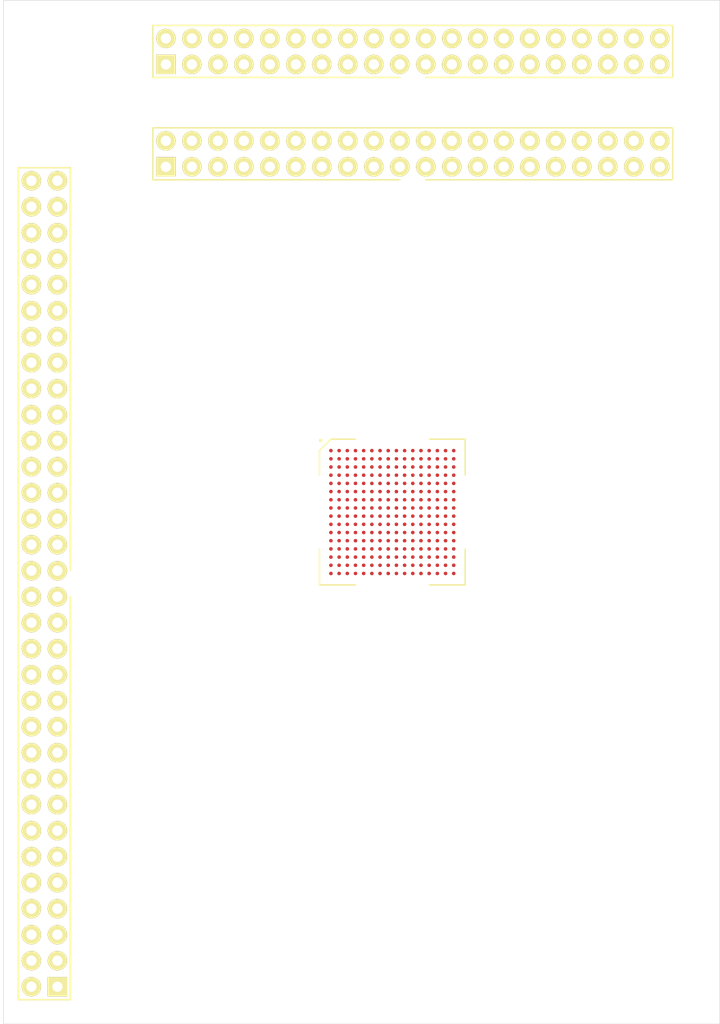
<source format=kicad_pcb>
(kicad_pcb (version 20171130) (host pcbnew 5.1.6-c6e7f7d~86~ubuntu18.04.1)

  (general
    (thickness 1.6)
    (drawings 4)
    (tracks 0)
    (zones 0)
    (modules 4)
    (nets 401)
  )

  (page A4)
  (layers
    (0 F.Cu signal)
    (31 B.Cu signal)
    (32 B.Adhes user)
    (33 F.Adhes user)
    (34 B.Paste user)
    (35 F.Paste user)
    (36 B.SilkS user)
    (37 F.SilkS user)
    (38 B.Mask user)
    (39 F.Mask user)
    (40 Dwgs.User user)
    (41 Cmts.User user)
    (42 Eco1.User user)
    (43 Eco2.User user)
    (44 Edge.Cuts user)
    (45 Margin user)
    (46 B.CrtYd user)
    (47 F.CrtYd user)
    (48 B.Fab user)
    (49 F.Fab user)
  )

  (setup
    (last_trace_width 0.25)
    (trace_clearance 0.2)
    (zone_clearance 0.508)
    (zone_45_only no)
    (trace_min 0.2)
    (via_size 0.8)
    (via_drill 0.4)
    (via_min_size 0.4)
    (via_min_drill 0.3)
    (uvia_size 0.3)
    (uvia_drill 0.1)
    (uvias_allowed no)
    (uvia_min_size 0.2)
    (uvia_min_drill 0.1)
    (edge_width 0.05)
    (segment_width 0.2)
    (pcb_text_width 0.3)
    (pcb_text_size 1.5 1.5)
    (mod_edge_width 0.12)
    (mod_text_size 1 1)
    (mod_text_width 0.15)
    (pad_size 1.524 1.524)
    (pad_drill 0.762)
    (pad_to_mask_clearance 0.05)
    (aux_axis_origin 0 0)
    (visible_elements FFFFFF7F)
    (pcbplotparams
      (layerselection 0x010fc_ffffffff)
      (usegerberextensions false)
      (usegerberattributes true)
      (usegerberadvancedattributes true)
      (creategerberjobfile true)
      (excludeedgelayer true)
      (linewidth 0.100000)
      (plotframeref false)
      (viasonmask false)
      (mode 1)
      (useauxorigin false)
      (hpglpennumber 1)
      (hpglpenspeed 20)
      (hpglpendiameter 15.000000)
      (psnegative false)
      (psa4output false)
      (plotreference true)
      (plotvalue true)
      (plotinvisibletext false)
      (padsonsilk false)
      (subtractmaskfromsilk false)
      (outputformat 1)
      (mirror false)
      (drillshape 1)
      (scaleselection 1)
      (outputdirectory ""))
  )

  (net 0 "")
  (net 1 "Net-(IC201-PadT16)")
  (net 2 "Net-(IC201-PadR16)")
  (net 3 "Net-(IC201-PadP16)")
  (net 4 "Net-(IC201-PadN16)")
  (net 5 "Net-(IC201-PadM16)")
  (net 6 "Net-(IC201-PadL16)")
  (net 7 "Net-(IC201-PadK16)")
  (net 8 "Net-(IC201-PadJ16)")
  (net 9 "Net-(IC201-PadH16)")
  (net 10 "Net-(IC201-PadG16)")
  (net 11 "Net-(IC201-PadF16)")
  (net 12 "Net-(IC201-PadE16)")
  (net 13 "Net-(IC201-PadD16)")
  (net 14 "Net-(IC201-PadC16)")
  (net 15 "Net-(IC201-PadB16)")
  (net 16 "Net-(IC201-PadA16)")
  (net 17 "Net-(IC201-PadT15)")
  (net 18 "Net-(IC201-PadR15)")
  (net 19 "Net-(IC201-PadP15)")
  (net 20 "Net-(IC201-PadN15)")
  (net 21 "Net-(IC201-PadM15)")
  (net 22 "Net-(IC201-PadL15)")
  (net 23 "Net-(IC201-PadK15)")
  (net 24 "Net-(IC201-PadJ15)")
  (net 25 "Net-(IC201-PadH15)")
  (net 26 "Net-(IC201-PadG15)")
  (net 27 "Net-(IC201-PadF15)")
  (net 28 "Net-(IC201-PadE15)")
  (net 29 "Net-(IC201-PadD15)")
  (net 30 "Net-(IC201-PadC15)")
  (net 31 "Net-(IC201-PadB15)")
  (net 32 "Net-(IC201-PadA15)")
  (net 33 "Net-(IC201-PadT14)")
  (net 34 "Net-(IC201-PadR14)")
  (net 35 "Net-(IC201-PadP14)")
  (net 36 "Net-(IC201-PadN14)")
  (net 37 "Net-(IC201-PadM14)")
  (net 38 "Net-(IC201-PadL14)")
  (net 39 "Net-(IC201-PadK14)")
  (net 40 "Net-(IC201-PadJ14)")
  (net 41 "Net-(IC201-PadH14)")
  (net 42 "Net-(IC201-PadG14)")
  (net 43 "Net-(IC201-PadF14)")
  (net 44 "Net-(IC201-PadE14)")
  (net 45 "Net-(IC201-PadD14)")
  (net 46 "Net-(IC201-PadC14)")
  (net 47 "Net-(IC201-PadB14)")
  (net 48 "Net-(IC201-PadA14)")
  (net 49 "Net-(IC201-PadT13)")
  (net 50 "Net-(IC201-PadR13)")
  (net 51 "Net-(IC201-PadP13)")
  (net 52 "Net-(IC201-PadN13)")
  (net 53 "Net-(IC201-PadM13)")
  (net 54 "Net-(IC201-PadL13)")
  (net 55 "Net-(IC201-PadK13)")
  (net 56 "Net-(IC201-PadJ13)")
  (net 57 "Net-(IC201-PadH13)")
  (net 58 "Net-(IC201-PadG13)")
  (net 59 "Net-(IC201-PadF13)")
  (net 60 "Net-(IC201-PadE13)")
  (net 61 "Net-(IC201-PadD13)")
  (net 62 "Net-(IC201-PadC13)")
  (net 63 "Net-(IC201-PadB13)")
  (net 64 "Net-(IC201-PadA13)")
  (net 65 "Net-(IC201-PadT12)")
  (net 66 "Net-(IC201-PadR12)")
  (net 67 "Net-(IC201-PadP12)")
  (net 68 "Net-(IC201-PadN12)")
  (net 69 "Net-(IC201-PadM12)")
  (net 70 "Net-(IC201-PadL12)")
  (net 71 "Net-(IC201-PadK12)")
  (net 72 "Net-(IC201-PadJ12)")
  (net 73 "Net-(IC201-PadH12)")
  (net 74 "Net-(IC201-PadG12)")
  (net 75 "Net-(IC201-PadF12)")
  (net 76 "Net-(IC201-PadE12)")
  (net 77 "Net-(IC201-PadD12)")
  (net 78 "Net-(IC201-PadC12)")
  (net 79 "Net-(IC201-PadB12)")
  (net 80 "Net-(IC201-PadA12)")
  (net 81 "Net-(IC201-PadT11)")
  (net 82 "Net-(IC201-PadR11)")
  (net 83 "Net-(IC201-PadP11)")
  (net 84 "Net-(IC201-PadN11)")
  (net 85 "Net-(IC201-PadM11)")
  (net 86 "Net-(IC201-PadL11)")
  (net 87 "Net-(IC201-PadK11)")
  (net 88 "Net-(IC201-PadJ11)")
  (net 89 "Net-(IC201-PadH11)")
  (net 90 "Net-(IC201-PadG11)")
  (net 91 "Net-(IC201-PadF11)")
  (net 92 "Net-(IC201-PadE11)")
  (net 93 "Net-(IC201-PadD11)")
  (net 94 "Net-(IC201-PadC11)")
  (net 95 "Net-(IC201-PadB11)")
  (net 96 "Net-(IC201-PadA11)")
  (net 97 "Net-(IC201-PadT10)")
  (net 98 "Net-(IC201-PadR10)")
  (net 99 "Net-(IC201-PadP10)")
  (net 100 "Net-(IC201-PadN10)")
  (net 101 "Net-(IC201-PadM10)")
  (net 102 "Net-(IC201-PadL10)")
  (net 103 "Net-(IC201-PadK10)")
  (net 104 "Net-(IC201-PadJ10)")
  (net 105 "Net-(IC201-PadH10)")
  (net 106 "Net-(IC201-PadG10)")
  (net 107 "Net-(IC201-PadF10)")
  (net 108 "Net-(IC201-PadE10)")
  (net 109 "Net-(IC201-PadD10)")
  (net 110 "Net-(IC201-PadC10)")
  (net 111 "Net-(IC201-PadB10)")
  (net 112 "Net-(IC201-PadA10)")
  (net 113 "Net-(IC201-PadT9)")
  (net 114 "Net-(IC201-PadR9)")
  (net 115 "Net-(IC201-PadP9)")
  (net 116 "Net-(IC201-PadN9)")
  (net 117 "Net-(IC201-PadM9)")
  (net 118 "Net-(IC201-PadL9)")
  (net 119 "Net-(IC201-PadK9)")
  (net 120 "Net-(IC201-PadJ9)")
  (net 121 "Net-(IC201-PadH9)")
  (net 122 "Net-(IC201-PadG9)")
  (net 123 "Net-(IC201-PadF9)")
  (net 124 "Net-(IC201-PadE9)")
  (net 125 "Net-(IC201-PadD9)")
  (net 126 "Net-(IC201-PadC9)")
  (net 127 "Net-(IC201-PadB9)")
  (net 128 "Net-(IC201-PadA9)")
  (net 129 "Net-(IC201-PadT8)")
  (net 130 "Net-(IC201-PadR8)")
  (net 131 "Net-(IC201-PadP8)")
  (net 132 "Net-(IC201-PadN8)")
  (net 133 "Net-(IC201-PadM8)")
  (net 134 "Net-(IC201-PadL8)")
  (net 135 "Net-(IC201-PadK8)")
  (net 136 "Net-(IC201-PadJ8)")
  (net 137 "Net-(IC201-PadH8)")
  (net 138 "Net-(IC201-PadG8)")
  (net 139 "Net-(IC201-PadF8)")
  (net 140 "Net-(IC201-PadE8)")
  (net 141 "Net-(IC201-PadD8)")
  (net 142 "Net-(IC201-PadC8)")
  (net 143 "Net-(IC201-PadB8)")
  (net 144 "Net-(IC201-PadA8)")
  (net 145 "Net-(IC201-PadT7)")
  (net 146 "Net-(IC201-PadR7)")
  (net 147 "Net-(IC201-PadP7)")
  (net 148 "Net-(IC201-PadN7)")
  (net 149 "Net-(IC201-PadM7)")
  (net 150 "Net-(IC201-PadL7)")
  (net 151 "Net-(IC201-PadK7)")
  (net 152 "Net-(IC201-PadJ7)")
  (net 153 "Net-(IC201-PadH7)")
  (net 154 "Net-(IC201-PadG7)")
  (net 155 "Net-(IC201-PadF7)")
  (net 156 "Net-(IC201-PadE7)")
  (net 157 "Net-(IC201-PadD7)")
  (net 158 "Net-(IC201-PadC7)")
  (net 159 "Net-(IC201-PadB7)")
  (net 160 "Net-(IC201-PadA7)")
  (net 161 "Net-(IC201-PadT6)")
  (net 162 "Net-(IC201-PadR6)")
  (net 163 "Net-(IC201-PadP6)")
  (net 164 "Net-(IC201-PadN6)")
  (net 165 "Net-(IC201-PadM6)")
  (net 166 "Net-(IC201-PadL6)")
  (net 167 "Net-(IC201-PadK6)")
  (net 168 "Net-(IC201-PadJ6)")
  (net 169 "Net-(IC201-PadH6)")
  (net 170 "Net-(IC201-PadG6)")
  (net 171 "Net-(IC201-PadF6)")
  (net 172 "Net-(IC201-PadE6)")
  (net 173 "Net-(IC201-PadD6)")
  (net 174 "Net-(IC201-PadC6)")
  (net 175 "Net-(IC201-PadB6)")
  (net 176 "Net-(IC201-PadA6)")
  (net 177 "Net-(IC201-PadT5)")
  (net 178 "Net-(IC201-PadR5)")
  (net 179 "Net-(IC201-PadP5)")
  (net 180 "Net-(IC201-PadN5)")
  (net 181 "Net-(IC201-PadM5)")
  (net 182 "Net-(IC201-PadL5)")
  (net 183 "Net-(IC201-PadK5)")
  (net 184 "Net-(IC201-PadJ5)")
  (net 185 "Net-(IC201-PadH5)")
  (net 186 "Net-(IC201-PadG5)")
  (net 187 "Net-(IC201-PadF5)")
  (net 188 "Net-(IC201-PadE5)")
  (net 189 "Net-(IC201-PadD5)")
  (net 190 "Net-(IC201-PadC5)")
  (net 191 "Net-(IC201-PadB5)")
  (net 192 "Net-(IC201-PadA5)")
  (net 193 "Net-(IC201-PadT4)")
  (net 194 "Net-(IC201-PadR4)")
  (net 195 "Net-(IC201-PadP4)")
  (net 196 "Net-(IC201-PadN4)")
  (net 197 "Net-(IC201-PadM4)")
  (net 198 "Net-(IC201-PadL4)")
  (net 199 "Net-(IC201-PadK4)")
  (net 200 "Net-(IC201-PadJ4)")
  (net 201 "Net-(IC201-PadH4)")
  (net 202 "Net-(IC201-PadG4)")
  (net 203 "Net-(IC201-PadF4)")
  (net 204 "Net-(IC201-PadE4)")
  (net 205 "Net-(IC201-PadD4)")
  (net 206 "Net-(IC201-PadC4)")
  (net 207 "Net-(IC201-PadB4)")
  (net 208 "Net-(IC201-PadA4)")
  (net 209 "Net-(IC201-PadT3)")
  (net 210 "Net-(IC201-PadR3)")
  (net 211 "Net-(IC201-PadP3)")
  (net 212 "Net-(IC201-PadN3)")
  (net 213 "Net-(IC201-PadM3)")
  (net 214 "Net-(IC201-PadL3)")
  (net 215 "Net-(IC201-PadK3)")
  (net 216 "Net-(IC201-PadJ3)")
  (net 217 "Net-(IC201-PadH3)")
  (net 218 "Net-(IC201-PadG3)")
  (net 219 "Net-(IC201-PadF3)")
  (net 220 "Net-(IC201-PadE3)")
  (net 221 "Net-(IC201-PadD3)")
  (net 222 "Net-(IC201-PadC3)")
  (net 223 "Net-(IC201-PadB3)")
  (net 224 "Net-(IC201-PadA3)")
  (net 225 "Net-(IC201-PadT2)")
  (net 226 "Net-(IC201-PadR2)")
  (net 227 "Net-(IC201-PadP2)")
  (net 228 "Net-(IC201-PadN2)")
  (net 229 "Net-(IC201-PadM2)")
  (net 230 "Net-(IC201-PadL2)")
  (net 231 "Net-(IC201-PadK2)")
  (net 232 "Net-(IC201-PadJ2)")
  (net 233 "Net-(IC201-PadH2)")
  (net 234 "Net-(IC201-PadG2)")
  (net 235 "Net-(IC201-PadF2)")
  (net 236 "Net-(IC201-PadE2)")
  (net 237 "Net-(IC201-PadD2)")
  (net 238 "Net-(IC201-PadC2)")
  (net 239 "Net-(IC201-PadB2)")
  (net 240 "Net-(IC201-PadA2)")
  (net 241 "Net-(IC201-PadT1)")
  (net 242 "Net-(IC201-PadR1)")
  (net 243 "Net-(IC201-PadP1)")
  (net 244 "Net-(IC201-PadN1)")
  (net 245 "Net-(IC201-PadM1)")
  (net 246 "Net-(IC201-PadL1)")
  (net 247 "Net-(IC201-PadK1)")
  (net 248 "Net-(IC201-PadJ1)")
  (net 249 "Net-(IC201-PadH1)")
  (net 250 "Net-(IC201-PadG1)")
  (net 251 "Net-(IC201-PadF1)")
  (net 252 "Net-(IC201-PadE1)")
  (net 253 "Net-(IC201-PadD1)")
  (net 254 "Net-(IC201-PadC1)")
  (net 255 "Net-(IC201-PadB1)")
  (net 256 "Net-(IC201-PadA1)")
  (net 257 "Net-(J301-Pad64)")
  (net 258 "Net-(J301-Pad63)")
  (net 259 "Net-(J301-Pad62)")
  (net 260 "Net-(J301-Pad61)")
  (net 261 "Net-(J301-Pad60)")
  (net 262 "Net-(J301-Pad59)")
  (net 263 "Net-(J301-Pad58)")
  (net 264 "Net-(J301-Pad57)")
  (net 265 "Net-(J301-Pad56)")
  (net 266 "Net-(J301-Pad55)")
  (net 267 "Net-(J301-Pad54)")
  (net 268 "Net-(J301-Pad53)")
  (net 269 "Net-(J301-Pad52)")
  (net 270 "Net-(J301-Pad51)")
  (net 271 "Net-(J301-Pad50)")
  (net 272 "Net-(J301-Pad49)")
  (net 273 "Net-(J301-Pad48)")
  (net 274 "Net-(J301-Pad47)")
  (net 275 "Net-(J301-Pad46)")
  (net 276 "Net-(J301-Pad45)")
  (net 277 "Net-(J301-Pad44)")
  (net 278 "Net-(J301-Pad43)")
  (net 279 "Net-(J301-Pad42)")
  (net 280 "Net-(J301-Pad41)")
  (net 281 "Net-(J301-Pad40)")
  (net 282 "Net-(J301-Pad39)")
  (net 283 "Net-(J301-Pad38)")
  (net 284 "Net-(J301-Pad37)")
  (net 285 "Net-(J301-Pad36)")
  (net 286 "Net-(J301-Pad35)")
  (net 287 "Net-(J301-Pad34)")
  (net 288 "Net-(J301-Pad33)")
  (net 289 "Net-(J301-Pad32)")
  (net 290 "Net-(J301-Pad31)")
  (net 291 "Net-(J301-Pad30)")
  (net 292 "Net-(J301-Pad29)")
  (net 293 "Net-(J301-Pad28)")
  (net 294 "Net-(J301-Pad27)")
  (net 295 "Net-(J301-Pad26)")
  (net 296 "Net-(J301-Pad25)")
  (net 297 "Net-(J301-Pad24)")
  (net 298 "Net-(J301-Pad23)")
  (net 299 "Net-(J301-Pad22)")
  (net 300 "Net-(J301-Pad21)")
  (net 301 "Net-(J301-Pad20)")
  (net 302 "Net-(J301-Pad19)")
  (net 303 "Net-(J301-Pad18)")
  (net 304 "Net-(J301-Pad17)")
  (net 305 "Net-(J301-Pad16)")
  (net 306 "Net-(J301-Pad15)")
  (net 307 "Net-(J301-Pad14)")
  (net 308 "Net-(J301-Pad13)")
  (net 309 "Net-(J301-Pad12)")
  (net 310 "Net-(J301-Pad11)")
  (net 311 "Net-(J301-Pad10)")
  (net 312 "Net-(J301-Pad9)")
  (net 313 "Net-(J301-Pad8)")
  (net 314 "Net-(J301-Pad7)")
  (net 315 "Net-(J301-Pad6)")
  (net 316 "Net-(J301-Pad5)")
  (net 317 "Net-(J301-Pad4)")
  (net 318 "Net-(J301-Pad3)")
  (net 319 "Net-(J301-Pad2)")
  (net 320 "Net-(J301-Pad1)")
  (net 321 "Net-(J401-Pad40)")
  (net 322 "Net-(J401-Pad39)")
  (net 323 "Net-(J401-Pad38)")
  (net 324 "Net-(J401-Pad37)")
  (net 325 "Net-(J401-Pad36)")
  (net 326 "Net-(J401-Pad35)")
  (net 327 "Net-(J401-Pad34)")
  (net 328 "Net-(J401-Pad33)")
  (net 329 "Net-(J401-Pad32)")
  (net 330 "Net-(J401-Pad31)")
  (net 331 "Net-(J401-Pad30)")
  (net 332 "Net-(J401-Pad29)")
  (net 333 "Net-(J401-Pad28)")
  (net 334 "Net-(J401-Pad27)")
  (net 335 "Net-(J401-Pad26)")
  (net 336 "Net-(J401-Pad25)")
  (net 337 "Net-(J401-Pad24)")
  (net 338 "Net-(J401-Pad23)")
  (net 339 "Net-(J401-Pad22)")
  (net 340 "Net-(J401-Pad21)")
  (net 341 "Net-(J401-Pad20)")
  (net 342 "Net-(J401-Pad19)")
  (net 343 "Net-(J401-Pad18)")
  (net 344 "Net-(J401-Pad17)")
  (net 345 "Net-(J401-Pad16)")
  (net 346 "Net-(J401-Pad15)")
  (net 347 "Net-(J401-Pad14)")
  (net 348 "Net-(J401-Pad13)")
  (net 349 "Net-(J401-Pad12)")
  (net 350 "Net-(J401-Pad11)")
  (net 351 "Net-(J401-Pad10)")
  (net 352 "Net-(J401-Pad9)")
  (net 353 "Net-(J401-Pad8)")
  (net 354 "Net-(J401-Pad7)")
  (net 355 "Net-(J401-Pad6)")
  (net 356 "Net-(J401-Pad5)")
  (net 357 "Net-(J401-Pad4)")
  (net 358 "Net-(J401-Pad3)")
  (net 359 "Net-(J401-Pad2)")
  (net 360 "Net-(J401-Pad1)")
  (net 361 "Net-(J402-Pad40)")
  (net 362 "Net-(J402-Pad39)")
  (net 363 "Net-(J402-Pad38)")
  (net 364 "Net-(J402-Pad37)")
  (net 365 "Net-(J402-Pad36)")
  (net 366 "Net-(J402-Pad35)")
  (net 367 "Net-(J402-Pad34)")
  (net 368 "Net-(J402-Pad33)")
  (net 369 "Net-(J402-Pad32)")
  (net 370 "Net-(J402-Pad31)")
  (net 371 "Net-(J402-Pad30)")
  (net 372 "Net-(J402-Pad29)")
  (net 373 "Net-(J402-Pad28)")
  (net 374 "Net-(J402-Pad27)")
  (net 375 "Net-(J402-Pad26)")
  (net 376 "Net-(J402-Pad25)")
  (net 377 "Net-(J402-Pad24)")
  (net 378 "Net-(J402-Pad23)")
  (net 379 "Net-(J402-Pad22)")
  (net 380 "Net-(J402-Pad21)")
  (net 381 "Net-(J402-Pad20)")
  (net 382 "Net-(J402-Pad19)")
  (net 383 "Net-(J402-Pad18)")
  (net 384 "Net-(J402-Pad17)")
  (net 385 "Net-(J402-Pad16)")
  (net 386 "Net-(J402-Pad15)")
  (net 387 "Net-(J402-Pad14)")
  (net 388 "Net-(J402-Pad13)")
  (net 389 "Net-(J402-Pad12)")
  (net 390 "Net-(J402-Pad11)")
  (net 391 "Net-(J402-Pad10)")
  (net 392 "Net-(J402-Pad9)")
  (net 393 "Net-(J402-Pad8)")
  (net 394 "Net-(J402-Pad7)")
  (net 395 "Net-(J402-Pad6)")
  (net 396 "Net-(J402-Pad5)")
  (net 397 "Net-(J402-Pad4)")
  (net 398 "Net-(J402-Pad3)")
  (net 399 "Net-(J402-Pad2)")
  (net 400 "Net-(J402-Pad1)")

  (net_class Default "This is the default net class."
    (clearance 0.2)
    (trace_width 0.25)
    (via_dia 0.8)
    (via_drill 0.4)
    (uvia_dia 0.3)
    (uvia_drill 0.1)
    (add_net "Net-(IC201-PadA1)")
    (add_net "Net-(IC201-PadA10)")
    (add_net "Net-(IC201-PadA11)")
    (add_net "Net-(IC201-PadA12)")
    (add_net "Net-(IC201-PadA13)")
    (add_net "Net-(IC201-PadA14)")
    (add_net "Net-(IC201-PadA15)")
    (add_net "Net-(IC201-PadA16)")
    (add_net "Net-(IC201-PadA2)")
    (add_net "Net-(IC201-PadA3)")
    (add_net "Net-(IC201-PadA4)")
    (add_net "Net-(IC201-PadA5)")
    (add_net "Net-(IC201-PadA6)")
    (add_net "Net-(IC201-PadA7)")
    (add_net "Net-(IC201-PadA8)")
    (add_net "Net-(IC201-PadA9)")
    (add_net "Net-(IC201-PadB1)")
    (add_net "Net-(IC201-PadB10)")
    (add_net "Net-(IC201-PadB11)")
    (add_net "Net-(IC201-PadB12)")
    (add_net "Net-(IC201-PadB13)")
    (add_net "Net-(IC201-PadB14)")
    (add_net "Net-(IC201-PadB15)")
    (add_net "Net-(IC201-PadB16)")
    (add_net "Net-(IC201-PadB2)")
    (add_net "Net-(IC201-PadB3)")
    (add_net "Net-(IC201-PadB4)")
    (add_net "Net-(IC201-PadB5)")
    (add_net "Net-(IC201-PadB6)")
    (add_net "Net-(IC201-PadB7)")
    (add_net "Net-(IC201-PadB8)")
    (add_net "Net-(IC201-PadB9)")
    (add_net "Net-(IC201-PadC1)")
    (add_net "Net-(IC201-PadC10)")
    (add_net "Net-(IC201-PadC11)")
    (add_net "Net-(IC201-PadC12)")
    (add_net "Net-(IC201-PadC13)")
    (add_net "Net-(IC201-PadC14)")
    (add_net "Net-(IC201-PadC15)")
    (add_net "Net-(IC201-PadC16)")
    (add_net "Net-(IC201-PadC2)")
    (add_net "Net-(IC201-PadC3)")
    (add_net "Net-(IC201-PadC4)")
    (add_net "Net-(IC201-PadC5)")
    (add_net "Net-(IC201-PadC6)")
    (add_net "Net-(IC201-PadC7)")
    (add_net "Net-(IC201-PadC8)")
    (add_net "Net-(IC201-PadC9)")
    (add_net "Net-(IC201-PadD1)")
    (add_net "Net-(IC201-PadD10)")
    (add_net "Net-(IC201-PadD11)")
    (add_net "Net-(IC201-PadD12)")
    (add_net "Net-(IC201-PadD13)")
    (add_net "Net-(IC201-PadD14)")
    (add_net "Net-(IC201-PadD15)")
    (add_net "Net-(IC201-PadD16)")
    (add_net "Net-(IC201-PadD2)")
    (add_net "Net-(IC201-PadD3)")
    (add_net "Net-(IC201-PadD4)")
    (add_net "Net-(IC201-PadD5)")
    (add_net "Net-(IC201-PadD6)")
    (add_net "Net-(IC201-PadD7)")
    (add_net "Net-(IC201-PadD8)")
    (add_net "Net-(IC201-PadD9)")
    (add_net "Net-(IC201-PadE1)")
    (add_net "Net-(IC201-PadE10)")
    (add_net "Net-(IC201-PadE11)")
    (add_net "Net-(IC201-PadE12)")
    (add_net "Net-(IC201-PadE13)")
    (add_net "Net-(IC201-PadE14)")
    (add_net "Net-(IC201-PadE15)")
    (add_net "Net-(IC201-PadE16)")
    (add_net "Net-(IC201-PadE2)")
    (add_net "Net-(IC201-PadE3)")
    (add_net "Net-(IC201-PadE4)")
    (add_net "Net-(IC201-PadE5)")
    (add_net "Net-(IC201-PadE6)")
    (add_net "Net-(IC201-PadE7)")
    (add_net "Net-(IC201-PadE8)")
    (add_net "Net-(IC201-PadE9)")
    (add_net "Net-(IC201-PadF1)")
    (add_net "Net-(IC201-PadF10)")
    (add_net "Net-(IC201-PadF11)")
    (add_net "Net-(IC201-PadF12)")
    (add_net "Net-(IC201-PadF13)")
    (add_net "Net-(IC201-PadF14)")
    (add_net "Net-(IC201-PadF15)")
    (add_net "Net-(IC201-PadF16)")
    (add_net "Net-(IC201-PadF2)")
    (add_net "Net-(IC201-PadF3)")
    (add_net "Net-(IC201-PadF4)")
    (add_net "Net-(IC201-PadF5)")
    (add_net "Net-(IC201-PadF6)")
    (add_net "Net-(IC201-PadF7)")
    (add_net "Net-(IC201-PadF8)")
    (add_net "Net-(IC201-PadF9)")
    (add_net "Net-(IC201-PadG1)")
    (add_net "Net-(IC201-PadG10)")
    (add_net "Net-(IC201-PadG11)")
    (add_net "Net-(IC201-PadG12)")
    (add_net "Net-(IC201-PadG13)")
    (add_net "Net-(IC201-PadG14)")
    (add_net "Net-(IC201-PadG15)")
    (add_net "Net-(IC201-PadG16)")
    (add_net "Net-(IC201-PadG2)")
    (add_net "Net-(IC201-PadG3)")
    (add_net "Net-(IC201-PadG4)")
    (add_net "Net-(IC201-PadG5)")
    (add_net "Net-(IC201-PadG6)")
    (add_net "Net-(IC201-PadG7)")
    (add_net "Net-(IC201-PadG8)")
    (add_net "Net-(IC201-PadG9)")
    (add_net "Net-(IC201-PadH1)")
    (add_net "Net-(IC201-PadH10)")
    (add_net "Net-(IC201-PadH11)")
    (add_net "Net-(IC201-PadH12)")
    (add_net "Net-(IC201-PadH13)")
    (add_net "Net-(IC201-PadH14)")
    (add_net "Net-(IC201-PadH15)")
    (add_net "Net-(IC201-PadH16)")
    (add_net "Net-(IC201-PadH2)")
    (add_net "Net-(IC201-PadH3)")
    (add_net "Net-(IC201-PadH4)")
    (add_net "Net-(IC201-PadH5)")
    (add_net "Net-(IC201-PadH6)")
    (add_net "Net-(IC201-PadH7)")
    (add_net "Net-(IC201-PadH8)")
    (add_net "Net-(IC201-PadH9)")
    (add_net "Net-(IC201-PadJ1)")
    (add_net "Net-(IC201-PadJ10)")
    (add_net "Net-(IC201-PadJ11)")
    (add_net "Net-(IC201-PadJ12)")
    (add_net "Net-(IC201-PadJ13)")
    (add_net "Net-(IC201-PadJ14)")
    (add_net "Net-(IC201-PadJ15)")
    (add_net "Net-(IC201-PadJ16)")
    (add_net "Net-(IC201-PadJ2)")
    (add_net "Net-(IC201-PadJ3)")
    (add_net "Net-(IC201-PadJ4)")
    (add_net "Net-(IC201-PadJ5)")
    (add_net "Net-(IC201-PadJ6)")
    (add_net "Net-(IC201-PadJ7)")
    (add_net "Net-(IC201-PadJ8)")
    (add_net "Net-(IC201-PadJ9)")
    (add_net "Net-(IC201-PadK1)")
    (add_net "Net-(IC201-PadK10)")
    (add_net "Net-(IC201-PadK11)")
    (add_net "Net-(IC201-PadK12)")
    (add_net "Net-(IC201-PadK13)")
    (add_net "Net-(IC201-PadK14)")
    (add_net "Net-(IC201-PadK15)")
    (add_net "Net-(IC201-PadK16)")
    (add_net "Net-(IC201-PadK2)")
    (add_net "Net-(IC201-PadK3)")
    (add_net "Net-(IC201-PadK4)")
    (add_net "Net-(IC201-PadK5)")
    (add_net "Net-(IC201-PadK6)")
    (add_net "Net-(IC201-PadK7)")
    (add_net "Net-(IC201-PadK8)")
    (add_net "Net-(IC201-PadK9)")
    (add_net "Net-(IC201-PadL1)")
    (add_net "Net-(IC201-PadL10)")
    (add_net "Net-(IC201-PadL11)")
    (add_net "Net-(IC201-PadL12)")
    (add_net "Net-(IC201-PadL13)")
    (add_net "Net-(IC201-PadL14)")
    (add_net "Net-(IC201-PadL15)")
    (add_net "Net-(IC201-PadL16)")
    (add_net "Net-(IC201-PadL2)")
    (add_net "Net-(IC201-PadL3)")
    (add_net "Net-(IC201-PadL4)")
    (add_net "Net-(IC201-PadL5)")
    (add_net "Net-(IC201-PadL6)")
    (add_net "Net-(IC201-PadL7)")
    (add_net "Net-(IC201-PadL8)")
    (add_net "Net-(IC201-PadL9)")
    (add_net "Net-(IC201-PadM1)")
    (add_net "Net-(IC201-PadM10)")
    (add_net "Net-(IC201-PadM11)")
    (add_net "Net-(IC201-PadM12)")
    (add_net "Net-(IC201-PadM13)")
    (add_net "Net-(IC201-PadM14)")
    (add_net "Net-(IC201-PadM15)")
    (add_net "Net-(IC201-PadM16)")
    (add_net "Net-(IC201-PadM2)")
    (add_net "Net-(IC201-PadM3)")
    (add_net "Net-(IC201-PadM4)")
    (add_net "Net-(IC201-PadM5)")
    (add_net "Net-(IC201-PadM6)")
    (add_net "Net-(IC201-PadM7)")
    (add_net "Net-(IC201-PadM8)")
    (add_net "Net-(IC201-PadM9)")
    (add_net "Net-(IC201-PadN1)")
    (add_net "Net-(IC201-PadN10)")
    (add_net "Net-(IC201-PadN11)")
    (add_net "Net-(IC201-PadN12)")
    (add_net "Net-(IC201-PadN13)")
    (add_net "Net-(IC201-PadN14)")
    (add_net "Net-(IC201-PadN15)")
    (add_net "Net-(IC201-PadN16)")
    (add_net "Net-(IC201-PadN2)")
    (add_net "Net-(IC201-PadN3)")
    (add_net "Net-(IC201-PadN4)")
    (add_net "Net-(IC201-PadN5)")
    (add_net "Net-(IC201-PadN6)")
    (add_net "Net-(IC201-PadN7)")
    (add_net "Net-(IC201-PadN8)")
    (add_net "Net-(IC201-PadN9)")
    (add_net "Net-(IC201-PadP1)")
    (add_net "Net-(IC201-PadP10)")
    (add_net "Net-(IC201-PadP11)")
    (add_net "Net-(IC201-PadP12)")
    (add_net "Net-(IC201-PadP13)")
    (add_net "Net-(IC201-PadP14)")
    (add_net "Net-(IC201-PadP15)")
    (add_net "Net-(IC201-PadP16)")
    (add_net "Net-(IC201-PadP2)")
    (add_net "Net-(IC201-PadP3)")
    (add_net "Net-(IC201-PadP4)")
    (add_net "Net-(IC201-PadP5)")
    (add_net "Net-(IC201-PadP6)")
    (add_net "Net-(IC201-PadP7)")
    (add_net "Net-(IC201-PadP8)")
    (add_net "Net-(IC201-PadP9)")
    (add_net "Net-(IC201-PadR1)")
    (add_net "Net-(IC201-PadR10)")
    (add_net "Net-(IC201-PadR11)")
    (add_net "Net-(IC201-PadR12)")
    (add_net "Net-(IC201-PadR13)")
    (add_net "Net-(IC201-PadR14)")
    (add_net "Net-(IC201-PadR15)")
    (add_net "Net-(IC201-PadR16)")
    (add_net "Net-(IC201-PadR2)")
    (add_net "Net-(IC201-PadR3)")
    (add_net "Net-(IC201-PadR4)")
    (add_net "Net-(IC201-PadR5)")
    (add_net "Net-(IC201-PadR6)")
    (add_net "Net-(IC201-PadR7)")
    (add_net "Net-(IC201-PadR8)")
    (add_net "Net-(IC201-PadR9)")
    (add_net "Net-(IC201-PadT1)")
    (add_net "Net-(IC201-PadT10)")
    (add_net "Net-(IC201-PadT11)")
    (add_net "Net-(IC201-PadT12)")
    (add_net "Net-(IC201-PadT13)")
    (add_net "Net-(IC201-PadT14)")
    (add_net "Net-(IC201-PadT15)")
    (add_net "Net-(IC201-PadT16)")
    (add_net "Net-(IC201-PadT2)")
    (add_net "Net-(IC201-PadT3)")
    (add_net "Net-(IC201-PadT4)")
    (add_net "Net-(IC201-PadT5)")
    (add_net "Net-(IC201-PadT6)")
    (add_net "Net-(IC201-PadT7)")
    (add_net "Net-(IC201-PadT8)")
    (add_net "Net-(IC201-PadT9)")
    (add_net "Net-(J301-Pad1)")
    (add_net "Net-(J301-Pad10)")
    (add_net "Net-(J301-Pad11)")
    (add_net "Net-(J301-Pad12)")
    (add_net "Net-(J301-Pad13)")
    (add_net "Net-(J301-Pad14)")
    (add_net "Net-(J301-Pad15)")
    (add_net "Net-(J301-Pad16)")
    (add_net "Net-(J301-Pad17)")
    (add_net "Net-(J301-Pad18)")
    (add_net "Net-(J301-Pad19)")
    (add_net "Net-(J301-Pad2)")
    (add_net "Net-(J301-Pad20)")
    (add_net "Net-(J301-Pad21)")
    (add_net "Net-(J301-Pad22)")
    (add_net "Net-(J301-Pad23)")
    (add_net "Net-(J301-Pad24)")
    (add_net "Net-(J301-Pad25)")
    (add_net "Net-(J301-Pad26)")
    (add_net "Net-(J301-Pad27)")
    (add_net "Net-(J301-Pad28)")
    (add_net "Net-(J301-Pad29)")
    (add_net "Net-(J301-Pad3)")
    (add_net "Net-(J301-Pad30)")
    (add_net "Net-(J301-Pad31)")
    (add_net "Net-(J301-Pad32)")
    (add_net "Net-(J301-Pad33)")
    (add_net "Net-(J301-Pad34)")
    (add_net "Net-(J301-Pad35)")
    (add_net "Net-(J301-Pad36)")
    (add_net "Net-(J301-Pad37)")
    (add_net "Net-(J301-Pad38)")
    (add_net "Net-(J301-Pad39)")
    (add_net "Net-(J301-Pad4)")
    (add_net "Net-(J301-Pad40)")
    (add_net "Net-(J301-Pad41)")
    (add_net "Net-(J301-Pad42)")
    (add_net "Net-(J301-Pad43)")
    (add_net "Net-(J301-Pad44)")
    (add_net "Net-(J301-Pad45)")
    (add_net "Net-(J301-Pad46)")
    (add_net "Net-(J301-Pad47)")
    (add_net "Net-(J301-Pad48)")
    (add_net "Net-(J301-Pad49)")
    (add_net "Net-(J301-Pad5)")
    (add_net "Net-(J301-Pad50)")
    (add_net "Net-(J301-Pad51)")
    (add_net "Net-(J301-Pad52)")
    (add_net "Net-(J301-Pad53)")
    (add_net "Net-(J301-Pad54)")
    (add_net "Net-(J301-Pad55)")
    (add_net "Net-(J301-Pad56)")
    (add_net "Net-(J301-Pad57)")
    (add_net "Net-(J301-Pad58)")
    (add_net "Net-(J301-Pad59)")
    (add_net "Net-(J301-Pad6)")
    (add_net "Net-(J301-Pad60)")
    (add_net "Net-(J301-Pad61)")
    (add_net "Net-(J301-Pad62)")
    (add_net "Net-(J301-Pad63)")
    (add_net "Net-(J301-Pad64)")
    (add_net "Net-(J301-Pad7)")
    (add_net "Net-(J301-Pad8)")
    (add_net "Net-(J301-Pad9)")
    (add_net "Net-(J401-Pad1)")
    (add_net "Net-(J401-Pad10)")
    (add_net "Net-(J401-Pad11)")
    (add_net "Net-(J401-Pad12)")
    (add_net "Net-(J401-Pad13)")
    (add_net "Net-(J401-Pad14)")
    (add_net "Net-(J401-Pad15)")
    (add_net "Net-(J401-Pad16)")
    (add_net "Net-(J401-Pad17)")
    (add_net "Net-(J401-Pad18)")
    (add_net "Net-(J401-Pad19)")
    (add_net "Net-(J401-Pad2)")
    (add_net "Net-(J401-Pad20)")
    (add_net "Net-(J401-Pad21)")
    (add_net "Net-(J401-Pad22)")
    (add_net "Net-(J401-Pad23)")
    (add_net "Net-(J401-Pad24)")
    (add_net "Net-(J401-Pad25)")
    (add_net "Net-(J401-Pad26)")
    (add_net "Net-(J401-Pad27)")
    (add_net "Net-(J401-Pad28)")
    (add_net "Net-(J401-Pad29)")
    (add_net "Net-(J401-Pad3)")
    (add_net "Net-(J401-Pad30)")
    (add_net "Net-(J401-Pad31)")
    (add_net "Net-(J401-Pad32)")
    (add_net "Net-(J401-Pad33)")
    (add_net "Net-(J401-Pad34)")
    (add_net "Net-(J401-Pad35)")
    (add_net "Net-(J401-Pad36)")
    (add_net "Net-(J401-Pad37)")
    (add_net "Net-(J401-Pad38)")
    (add_net "Net-(J401-Pad39)")
    (add_net "Net-(J401-Pad4)")
    (add_net "Net-(J401-Pad40)")
    (add_net "Net-(J401-Pad5)")
    (add_net "Net-(J401-Pad6)")
    (add_net "Net-(J401-Pad7)")
    (add_net "Net-(J401-Pad8)")
    (add_net "Net-(J401-Pad9)")
    (add_net "Net-(J402-Pad1)")
    (add_net "Net-(J402-Pad10)")
    (add_net "Net-(J402-Pad11)")
    (add_net "Net-(J402-Pad12)")
    (add_net "Net-(J402-Pad13)")
    (add_net "Net-(J402-Pad14)")
    (add_net "Net-(J402-Pad15)")
    (add_net "Net-(J402-Pad16)")
    (add_net "Net-(J402-Pad17)")
    (add_net "Net-(J402-Pad18)")
    (add_net "Net-(J402-Pad19)")
    (add_net "Net-(J402-Pad2)")
    (add_net "Net-(J402-Pad20)")
    (add_net "Net-(J402-Pad21)")
    (add_net "Net-(J402-Pad22)")
    (add_net "Net-(J402-Pad23)")
    (add_net "Net-(J402-Pad24)")
    (add_net "Net-(J402-Pad25)")
    (add_net "Net-(J402-Pad26)")
    (add_net "Net-(J402-Pad27)")
    (add_net "Net-(J402-Pad28)")
    (add_net "Net-(J402-Pad29)")
    (add_net "Net-(J402-Pad3)")
    (add_net "Net-(J402-Pad30)")
    (add_net "Net-(J402-Pad31)")
    (add_net "Net-(J402-Pad32)")
    (add_net "Net-(J402-Pad33)")
    (add_net "Net-(J402-Pad34)")
    (add_net "Net-(J402-Pad35)")
    (add_net "Net-(J402-Pad36)")
    (add_net "Net-(J402-Pad37)")
    (add_net "Net-(J402-Pad38)")
    (add_net "Net-(J402-Pad39)")
    (add_net "Net-(J402-Pad4)")
    (add_net "Net-(J402-Pad40)")
    (add_net "Net-(J402-Pad5)")
    (add_net "Net-(J402-Pad6)")
    (add_net "Net-(J402-Pad7)")
    (add_net "Net-(J402-Pad8)")
    (add_net "Net-(J402-Pad9)")
  )

  (module agg:DIL-254P-40 (layer F.Cu) (tedit 5CCC5112) (tstamp 5EF95040)
    (at 90 65)
    (path /5EFDB9CB/5EFE0ED7)
    (fp_text reference J402 (at 0 -3.49) (layer F.Fab)
      (effects (font (size 1 1) (thickness 0.15)))
    )
    (fp_text value CONN_02x20 (at 0 3.49) (layer F.Fab)
      (effects (font (size 1 1) (thickness 0.15)))
    )
    (fp_line (start -25.4 -2.54) (end 25.4 -2.54) (layer F.Fab) (width 0.01))
    (fp_line (start 25.4 -2.54) (end 25.4 2.54) (layer F.Fab) (width 0.01))
    (fp_line (start 25.4 2.54) (end -25.4 2.54) (layer F.Fab) (width 0.01))
    (fp_line (start -25.4 2.54) (end -25.4 -2.54) (layer F.Fab) (width 0.01))
    (fp_line (start -25.4 -2.54) (end 25.4 -2.54) (layer F.SilkS) (width 0.15))
    (fp_line (start 25.4 -2.54) (end 25.4 2.54) (layer F.SilkS) (width 0.15))
    (fp_line (start 25.4 2.54) (end 1.27 2.54) (layer F.SilkS) (width 0.15))
    (fp_line (start -1.27 2.54) (end -25.4 2.54) (layer F.SilkS) (width 0.15))
    (fp_line (start -25.4 2.54) (end -25.4 -2.54) (layer F.SilkS) (width 0.15))
    (fp_line (start -25.65 -2.8) (end 25.65 -2.8) (layer F.CrtYd) (width 0.01))
    (fp_line (start 25.65 -2.8) (end 25.65 2.8) (layer F.CrtYd) (width 0.01))
    (fp_line (start 25.65 2.8) (end -25.65 2.8) (layer F.CrtYd) (width 0.01))
    (fp_line (start -25.65 2.8) (end -25.65 -2.8) (layer F.CrtYd) (width 0.01))
    (pad 40 thru_hole circle (at 24.13 -1.27) (size 1.9 1.9) (drill 1) (layers *.Cu *.Mask F.SilkS)
      (net 361 "Net-(J402-Pad40)"))
    (pad 39 thru_hole circle (at 24.13 1.27) (size 1.9 1.9) (drill 1) (layers *.Cu *.Mask F.SilkS)
      (net 362 "Net-(J402-Pad39)"))
    (pad 38 thru_hole circle (at 21.59 -1.27) (size 1.9 1.9) (drill 1) (layers *.Cu *.Mask F.SilkS)
      (net 363 "Net-(J402-Pad38)"))
    (pad 37 thru_hole circle (at 21.59 1.27) (size 1.9 1.9) (drill 1) (layers *.Cu *.Mask F.SilkS)
      (net 364 "Net-(J402-Pad37)"))
    (pad 36 thru_hole circle (at 19.05 -1.27) (size 1.9 1.9) (drill 1) (layers *.Cu *.Mask F.SilkS)
      (net 365 "Net-(J402-Pad36)"))
    (pad 35 thru_hole circle (at 19.05 1.27) (size 1.9 1.9) (drill 1) (layers *.Cu *.Mask F.SilkS)
      (net 366 "Net-(J402-Pad35)"))
    (pad 34 thru_hole circle (at 16.51 -1.27) (size 1.9 1.9) (drill 1) (layers *.Cu *.Mask F.SilkS)
      (net 367 "Net-(J402-Pad34)"))
    (pad 33 thru_hole circle (at 16.51 1.27) (size 1.9 1.9) (drill 1) (layers *.Cu *.Mask F.SilkS)
      (net 368 "Net-(J402-Pad33)"))
    (pad 32 thru_hole circle (at 13.97 -1.27) (size 1.9 1.9) (drill 1) (layers *.Cu *.Mask F.SilkS)
      (net 369 "Net-(J402-Pad32)"))
    (pad 31 thru_hole circle (at 13.97 1.27) (size 1.9 1.9) (drill 1) (layers *.Cu *.Mask F.SilkS)
      (net 370 "Net-(J402-Pad31)"))
    (pad 30 thru_hole circle (at 11.43 -1.27) (size 1.9 1.9) (drill 1) (layers *.Cu *.Mask F.SilkS)
      (net 371 "Net-(J402-Pad30)"))
    (pad 29 thru_hole circle (at 11.43 1.27) (size 1.9 1.9) (drill 1) (layers *.Cu *.Mask F.SilkS)
      (net 372 "Net-(J402-Pad29)"))
    (pad 28 thru_hole circle (at 8.89 -1.27) (size 1.9 1.9) (drill 1) (layers *.Cu *.Mask F.SilkS)
      (net 373 "Net-(J402-Pad28)"))
    (pad 27 thru_hole circle (at 8.89 1.27) (size 1.9 1.9) (drill 1) (layers *.Cu *.Mask F.SilkS)
      (net 374 "Net-(J402-Pad27)"))
    (pad 26 thru_hole circle (at 6.35 -1.27) (size 1.9 1.9) (drill 1) (layers *.Cu *.Mask F.SilkS)
      (net 375 "Net-(J402-Pad26)"))
    (pad 25 thru_hole circle (at 6.35 1.27) (size 1.9 1.9) (drill 1) (layers *.Cu *.Mask F.SilkS)
      (net 376 "Net-(J402-Pad25)"))
    (pad 24 thru_hole circle (at 3.81 -1.27) (size 1.9 1.9) (drill 1) (layers *.Cu *.Mask F.SilkS)
      (net 377 "Net-(J402-Pad24)"))
    (pad 23 thru_hole circle (at 3.81 1.27) (size 1.9 1.9) (drill 1) (layers *.Cu *.Mask F.SilkS)
      (net 378 "Net-(J402-Pad23)"))
    (pad 22 thru_hole circle (at 1.27 -1.27) (size 1.9 1.9) (drill 1) (layers *.Cu *.Mask F.SilkS)
      (net 379 "Net-(J402-Pad22)"))
    (pad 21 thru_hole circle (at 1.27 1.27) (size 1.9 1.9) (drill 1) (layers *.Cu *.Mask F.SilkS)
      (net 380 "Net-(J402-Pad21)"))
    (pad 20 thru_hole circle (at -1.27 -1.27) (size 1.9 1.9) (drill 1) (layers *.Cu *.Mask F.SilkS)
      (net 381 "Net-(J402-Pad20)"))
    (pad 19 thru_hole circle (at -1.27 1.27) (size 1.9 1.9) (drill 1) (layers *.Cu *.Mask F.SilkS)
      (net 382 "Net-(J402-Pad19)"))
    (pad 18 thru_hole circle (at -3.81 -1.27) (size 1.9 1.9) (drill 1) (layers *.Cu *.Mask F.SilkS)
      (net 383 "Net-(J402-Pad18)"))
    (pad 17 thru_hole circle (at -3.81 1.27) (size 1.9 1.9) (drill 1) (layers *.Cu *.Mask F.SilkS)
      (net 384 "Net-(J402-Pad17)"))
    (pad 16 thru_hole circle (at -6.35 -1.27) (size 1.9 1.9) (drill 1) (layers *.Cu *.Mask F.SilkS)
      (net 385 "Net-(J402-Pad16)"))
    (pad 15 thru_hole circle (at -6.35 1.27) (size 1.9 1.9) (drill 1) (layers *.Cu *.Mask F.SilkS)
      (net 386 "Net-(J402-Pad15)"))
    (pad 14 thru_hole circle (at -8.89 -1.27) (size 1.9 1.9) (drill 1) (layers *.Cu *.Mask F.SilkS)
      (net 387 "Net-(J402-Pad14)"))
    (pad 13 thru_hole circle (at -8.89 1.27) (size 1.9 1.9) (drill 1) (layers *.Cu *.Mask F.SilkS)
      (net 388 "Net-(J402-Pad13)"))
    (pad 12 thru_hole circle (at -11.43 -1.27) (size 1.9 1.9) (drill 1) (layers *.Cu *.Mask F.SilkS)
      (net 389 "Net-(J402-Pad12)"))
    (pad 11 thru_hole circle (at -11.43 1.27) (size 1.9 1.9) (drill 1) (layers *.Cu *.Mask F.SilkS)
      (net 390 "Net-(J402-Pad11)"))
    (pad 10 thru_hole circle (at -13.97 -1.27) (size 1.9 1.9) (drill 1) (layers *.Cu *.Mask F.SilkS)
      (net 391 "Net-(J402-Pad10)"))
    (pad 9 thru_hole circle (at -13.97 1.27) (size 1.9 1.9) (drill 1) (layers *.Cu *.Mask F.SilkS)
      (net 392 "Net-(J402-Pad9)"))
    (pad 8 thru_hole circle (at -16.51 -1.27) (size 1.9 1.9) (drill 1) (layers *.Cu *.Mask F.SilkS)
      (net 393 "Net-(J402-Pad8)"))
    (pad 7 thru_hole circle (at -16.51 1.27) (size 1.9 1.9) (drill 1) (layers *.Cu *.Mask F.SilkS)
      (net 394 "Net-(J402-Pad7)"))
    (pad 6 thru_hole circle (at -19.05 -1.27) (size 1.9 1.9) (drill 1) (layers *.Cu *.Mask F.SilkS)
      (net 395 "Net-(J402-Pad6)"))
    (pad 5 thru_hole circle (at -19.05 1.27) (size 1.9 1.9) (drill 1) (layers *.Cu *.Mask F.SilkS)
      (net 396 "Net-(J402-Pad5)"))
    (pad 4 thru_hole circle (at -21.59 -1.27) (size 1.9 1.9) (drill 1) (layers *.Cu *.Mask F.SilkS)
      (net 397 "Net-(J402-Pad4)"))
    (pad 3 thru_hole circle (at -21.59 1.27) (size 1.9 1.9) (drill 1) (layers *.Cu *.Mask F.SilkS)
      (net 398 "Net-(J402-Pad3)"))
    (pad 2 thru_hole circle (at -24.13 -1.27) (size 1.9 1.9) (drill 1) (layers *.Cu *.Mask F.SilkS)
      (net 399 "Net-(J402-Pad2)"))
    (pad 1 thru_hole rect (at -24.13 1.27) (size 1.9 1.9) (drill 1) (layers *.Cu *.Mask F.SilkS)
      (net 400 "Net-(J402-Pad1)"))
    (model ${KISYS3DMOD}/Connector_PinHeader_2.54mm.3dshapes/PinHeader_2x20_P2.54mm_Vertical.step
      (offset (xyz 24.13 1.27 0))
      (scale (xyz 1 1 1))
      (rotate (xyz 0 0 90))
    )
  )

  (module agg:DIL-254P-40 (layer F.Cu) (tedit 5CCC5112) (tstamp 5EF95007)
    (at 90 55)
    (path /5EFDB9CB/5EFE0649)
    (fp_text reference J401 (at 0 -3.49) (layer F.Fab)
      (effects (font (size 1 1) (thickness 0.15)))
    )
    (fp_text value CONN_02x20 (at 0 3.49) (layer F.Fab)
      (effects (font (size 1 1) (thickness 0.15)))
    )
    (fp_line (start -25.4 -2.54) (end 25.4 -2.54) (layer F.Fab) (width 0.01))
    (fp_line (start 25.4 -2.54) (end 25.4 2.54) (layer F.Fab) (width 0.01))
    (fp_line (start 25.4 2.54) (end -25.4 2.54) (layer F.Fab) (width 0.01))
    (fp_line (start -25.4 2.54) (end -25.4 -2.54) (layer F.Fab) (width 0.01))
    (fp_line (start -25.4 -2.54) (end 25.4 -2.54) (layer F.SilkS) (width 0.15))
    (fp_line (start 25.4 -2.54) (end 25.4 2.54) (layer F.SilkS) (width 0.15))
    (fp_line (start 25.4 2.54) (end 1.27 2.54) (layer F.SilkS) (width 0.15))
    (fp_line (start -1.27 2.54) (end -25.4 2.54) (layer F.SilkS) (width 0.15))
    (fp_line (start -25.4 2.54) (end -25.4 -2.54) (layer F.SilkS) (width 0.15))
    (fp_line (start -25.65 -2.8) (end 25.65 -2.8) (layer F.CrtYd) (width 0.01))
    (fp_line (start 25.65 -2.8) (end 25.65 2.8) (layer F.CrtYd) (width 0.01))
    (fp_line (start 25.65 2.8) (end -25.65 2.8) (layer F.CrtYd) (width 0.01))
    (fp_line (start -25.65 2.8) (end -25.65 -2.8) (layer F.CrtYd) (width 0.01))
    (pad 40 thru_hole circle (at 24.13 -1.27) (size 1.9 1.9) (drill 1) (layers *.Cu *.Mask F.SilkS)
      (net 321 "Net-(J401-Pad40)"))
    (pad 39 thru_hole circle (at 24.13 1.27) (size 1.9 1.9) (drill 1) (layers *.Cu *.Mask F.SilkS)
      (net 322 "Net-(J401-Pad39)"))
    (pad 38 thru_hole circle (at 21.59 -1.27) (size 1.9 1.9) (drill 1) (layers *.Cu *.Mask F.SilkS)
      (net 323 "Net-(J401-Pad38)"))
    (pad 37 thru_hole circle (at 21.59 1.27) (size 1.9 1.9) (drill 1) (layers *.Cu *.Mask F.SilkS)
      (net 324 "Net-(J401-Pad37)"))
    (pad 36 thru_hole circle (at 19.05 -1.27) (size 1.9 1.9) (drill 1) (layers *.Cu *.Mask F.SilkS)
      (net 325 "Net-(J401-Pad36)"))
    (pad 35 thru_hole circle (at 19.05 1.27) (size 1.9 1.9) (drill 1) (layers *.Cu *.Mask F.SilkS)
      (net 326 "Net-(J401-Pad35)"))
    (pad 34 thru_hole circle (at 16.51 -1.27) (size 1.9 1.9) (drill 1) (layers *.Cu *.Mask F.SilkS)
      (net 327 "Net-(J401-Pad34)"))
    (pad 33 thru_hole circle (at 16.51 1.27) (size 1.9 1.9) (drill 1) (layers *.Cu *.Mask F.SilkS)
      (net 328 "Net-(J401-Pad33)"))
    (pad 32 thru_hole circle (at 13.97 -1.27) (size 1.9 1.9) (drill 1) (layers *.Cu *.Mask F.SilkS)
      (net 329 "Net-(J401-Pad32)"))
    (pad 31 thru_hole circle (at 13.97 1.27) (size 1.9 1.9) (drill 1) (layers *.Cu *.Mask F.SilkS)
      (net 330 "Net-(J401-Pad31)"))
    (pad 30 thru_hole circle (at 11.43 -1.27) (size 1.9 1.9) (drill 1) (layers *.Cu *.Mask F.SilkS)
      (net 331 "Net-(J401-Pad30)"))
    (pad 29 thru_hole circle (at 11.43 1.27) (size 1.9 1.9) (drill 1) (layers *.Cu *.Mask F.SilkS)
      (net 332 "Net-(J401-Pad29)"))
    (pad 28 thru_hole circle (at 8.89 -1.27) (size 1.9 1.9) (drill 1) (layers *.Cu *.Mask F.SilkS)
      (net 333 "Net-(J401-Pad28)"))
    (pad 27 thru_hole circle (at 8.89 1.27) (size 1.9 1.9) (drill 1) (layers *.Cu *.Mask F.SilkS)
      (net 334 "Net-(J401-Pad27)"))
    (pad 26 thru_hole circle (at 6.35 -1.27) (size 1.9 1.9) (drill 1) (layers *.Cu *.Mask F.SilkS)
      (net 335 "Net-(J401-Pad26)"))
    (pad 25 thru_hole circle (at 6.35 1.27) (size 1.9 1.9) (drill 1) (layers *.Cu *.Mask F.SilkS)
      (net 336 "Net-(J401-Pad25)"))
    (pad 24 thru_hole circle (at 3.81 -1.27) (size 1.9 1.9) (drill 1) (layers *.Cu *.Mask F.SilkS)
      (net 337 "Net-(J401-Pad24)"))
    (pad 23 thru_hole circle (at 3.81 1.27) (size 1.9 1.9) (drill 1) (layers *.Cu *.Mask F.SilkS)
      (net 338 "Net-(J401-Pad23)"))
    (pad 22 thru_hole circle (at 1.27 -1.27) (size 1.9 1.9) (drill 1) (layers *.Cu *.Mask F.SilkS)
      (net 339 "Net-(J401-Pad22)"))
    (pad 21 thru_hole circle (at 1.27 1.27) (size 1.9 1.9) (drill 1) (layers *.Cu *.Mask F.SilkS)
      (net 340 "Net-(J401-Pad21)"))
    (pad 20 thru_hole circle (at -1.27 -1.27) (size 1.9 1.9) (drill 1) (layers *.Cu *.Mask F.SilkS)
      (net 341 "Net-(J401-Pad20)"))
    (pad 19 thru_hole circle (at -1.27 1.27) (size 1.9 1.9) (drill 1) (layers *.Cu *.Mask F.SilkS)
      (net 342 "Net-(J401-Pad19)"))
    (pad 18 thru_hole circle (at -3.81 -1.27) (size 1.9 1.9) (drill 1) (layers *.Cu *.Mask F.SilkS)
      (net 343 "Net-(J401-Pad18)"))
    (pad 17 thru_hole circle (at -3.81 1.27) (size 1.9 1.9) (drill 1) (layers *.Cu *.Mask F.SilkS)
      (net 344 "Net-(J401-Pad17)"))
    (pad 16 thru_hole circle (at -6.35 -1.27) (size 1.9 1.9) (drill 1) (layers *.Cu *.Mask F.SilkS)
      (net 345 "Net-(J401-Pad16)"))
    (pad 15 thru_hole circle (at -6.35 1.27) (size 1.9 1.9) (drill 1) (layers *.Cu *.Mask F.SilkS)
      (net 346 "Net-(J401-Pad15)"))
    (pad 14 thru_hole circle (at -8.89 -1.27) (size 1.9 1.9) (drill 1) (layers *.Cu *.Mask F.SilkS)
      (net 347 "Net-(J401-Pad14)"))
    (pad 13 thru_hole circle (at -8.89 1.27) (size 1.9 1.9) (drill 1) (layers *.Cu *.Mask F.SilkS)
      (net 348 "Net-(J401-Pad13)"))
    (pad 12 thru_hole circle (at -11.43 -1.27) (size 1.9 1.9) (drill 1) (layers *.Cu *.Mask F.SilkS)
      (net 349 "Net-(J401-Pad12)"))
    (pad 11 thru_hole circle (at -11.43 1.27) (size 1.9 1.9) (drill 1) (layers *.Cu *.Mask F.SilkS)
      (net 350 "Net-(J401-Pad11)"))
    (pad 10 thru_hole circle (at -13.97 -1.27) (size 1.9 1.9) (drill 1) (layers *.Cu *.Mask F.SilkS)
      (net 351 "Net-(J401-Pad10)"))
    (pad 9 thru_hole circle (at -13.97 1.27) (size 1.9 1.9) (drill 1) (layers *.Cu *.Mask F.SilkS)
      (net 352 "Net-(J401-Pad9)"))
    (pad 8 thru_hole circle (at -16.51 -1.27) (size 1.9 1.9) (drill 1) (layers *.Cu *.Mask F.SilkS)
      (net 353 "Net-(J401-Pad8)"))
    (pad 7 thru_hole circle (at -16.51 1.27) (size 1.9 1.9) (drill 1) (layers *.Cu *.Mask F.SilkS)
      (net 354 "Net-(J401-Pad7)"))
    (pad 6 thru_hole circle (at -19.05 -1.27) (size 1.9 1.9) (drill 1) (layers *.Cu *.Mask F.SilkS)
      (net 355 "Net-(J401-Pad6)"))
    (pad 5 thru_hole circle (at -19.05 1.27) (size 1.9 1.9) (drill 1) (layers *.Cu *.Mask F.SilkS)
      (net 356 "Net-(J401-Pad5)"))
    (pad 4 thru_hole circle (at -21.59 -1.27) (size 1.9 1.9) (drill 1) (layers *.Cu *.Mask F.SilkS)
      (net 357 "Net-(J401-Pad4)"))
    (pad 3 thru_hole circle (at -21.59 1.27) (size 1.9 1.9) (drill 1) (layers *.Cu *.Mask F.SilkS)
      (net 358 "Net-(J401-Pad3)"))
    (pad 2 thru_hole circle (at -24.13 -1.27) (size 1.9 1.9) (drill 1) (layers *.Cu *.Mask F.SilkS)
      (net 359 "Net-(J401-Pad2)"))
    (pad 1 thru_hole rect (at -24.13 1.27) (size 1.9 1.9) (drill 1) (layers *.Cu *.Mask F.SilkS)
      (net 360 "Net-(J401-Pad1)"))
    (model ${KISYS3DMOD}/Connector_PinHeader_2.54mm.3dshapes/PinHeader_2x20_P2.54mm_Vertical.step
      (offset (xyz 24.13 1.27 0))
      (scale (xyz 1 1 1))
      (rotate (xyz 0 0 90))
    )
  )

  (module agg:DIL-254P-64 (layer F.Cu) (tedit 5EF947AB) (tstamp 5EF94FCE)
    (at 54 107 90)
    (path /5EFDB9A7/5EFDCB5F)
    (fp_text reference J301 (at 0 -3.49 90) (layer F.Fab)
      (effects (font (size 1 1) (thickness 0.15)))
    )
    (fp_text value CONN_02x32 (at 0 3.49 90) (layer F.Fab)
      (effects (font (size 1 1) (thickness 0.15)))
    )
    (fp_line (start -40.64 -2.54) (end 40.64 -2.54) (layer F.Fab) (width 0.01))
    (fp_line (start 40.64 -2.54) (end 40.64 2.54) (layer F.Fab) (width 0.01))
    (fp_line (start 40.64 2.54) (end -40.64 2.54) (layer F.Fab) (width 0.01))
    (fp_line (start -40.64 2.54) (end -40.64 -2.54) (layer F.Fab) (width 0.01))
    (fp_line (start -40.64 -2.54) (end 40.64 -2.54) (layer F.SilkS) (width 0.15))
    (fp_line (start 40.64 -2.54) (end 40.64 2.54) (layer F.SilkS) (width 0.15))
    (fp_line (start 40.64 2.54) (end 1.27 2.54) (layer F.SilkS) (width 0.15))
    (fp_line (start -1.27 2.54) (end -40.64 2.54) (layer F.SilkS) (width 0.15))
    (fp_line (start -40.64 2.54) (end -40.64 -2.54) (layer F.SilkS) (width 0.15))
    (fp_line (start -40.9 -2.8) (end 40.9 -2.8) (layer F.CrtYd) (width 0.01))
    (fp_line (start 40.9 -2.8) (end 40.9 2.8) (layer F.CrtYd) (width 0.01))
    (fp_line (start 40.9 2.8) (end -40.9 2.8) (layer F.CrtYd) (width 0.01))
    (fp_line (start -40.9 2.8) (end -40.9 -2.8) (layer F.CrtYd) (width 0.01))
    (pad 64 thru_hole circle (at 39.37 -1.27 90) (size 1.9 1.9) (drill 1) (layers *.Cu *.Mask F.SilkS)
      (net 257 "Net-(J301-Pad64)"))
    (pad 63 thru_hole circle (at 39.37 1.27 90) (size 1.9 1.9) (drill 1) (layers *.Cu *.Mask F.SilkS)
      (net 258 "Net-(J301-Pad63)"))
    (pad 62 thru_hole circle (at 36.83 -1.27 90) (size 1.9 1.9) (drill 1) (layers *.Cu *.Mask F.SilkS)
      (net 259 "Net-(J301-Pad62)"))
    (pad 61 thru_hole circle (at 36.83 1.27 90) (size 1.9 1.9) (drill 1) (layers *.Cu *.Mask F.SilkS)
      (net 260 "Net-(J301-Pad61)"))
    (pad 60 thru_hole circle (at 34.29 -1.27 90) (size 1.9 1.9) (drill 1) (layers *.Cu *.Mask F.SilkS)
      (net 261 "Net-(J301-Pad60)"))
    (pad 59 thru_hole circle (at 34.29 1.27 90) (size 1.9 1.9) (drill 1) (layers *.Cu *.Mask F.SilkS)
      (net 262 "Net-(J301-Pad59)"))
    (pad 58 thru_hole circle (at 31.75 -1.27 90) (size 1.9 1.9) (drill 1) (layers *.Cu *.Mask F.SilkS)
      (net 263 "Net-(J301-Pad58)"))
    (pad 57 thru_hole circle (at 31.75 1.27 90) (size 1.9 1.9) (drill 1) (layers *.Cu *.Mask F.SilkS)
      (net 264 "Net-(J301-Pad57)"))
    (pad 56 thru_hole circle (at 29.21 -1.27 90) (size 1.9 1.9) (drill 1) (layers *.Cu *.Mask F.SilkS)
      (net 265 "Net-(J301-Pad56)"))
    (pad 55 thru_hole circle (at 29.21 1.27 90) (size 1.9 1.9) (drill 1) (layers *.Cu *.Mask F.SilkS)
      (net 266 "Net-(J301-Pad55)"))
    (pad 54 thru_hole circle (at 26.67 -1.27 90) (size 1.9 1.9) (drill 1) (layers *.Cu *.Mask F.SilkS)
      (net 267 "Net-(J301-Pad54)"))
    (pad 53 thru_hole circle (at 26.67 1.27 90) (size 1.9 1.9) (drill 1) (layers *.Cu *.Mask F.SilkS)
      (net 268 "Net-(J301-Pad53)"))
    (pad 52 thru_hole circle (at 24.13 -1.27 90) (size 1.9 1.9) (drill 1) (layers *.Cu *.Mask F.SilkS)
      (net 269 "Net-(J301-Pad52)"))
    (pad 51 thru_hole circle (at 24.13 1.27 90) (size 1.9 1.9) (drill 1) (layers *.Cu *.Mask F.SilkS)
      (net 270 "Net-(J301-Pad51)"))
    (pad 50 thru_hole circle (at 21.59 -1.27 90) (size 1.9 1.9) (drill 1) (layers *.Cu *.Mask F.SilkS)
      (net 271 "Net-(J301-Pad50)"))
    (pad 49 thru_hole circle (at 21.59 1.27 90) (size 1.9 1.9) (drill 1) (layers *.Cu *.Mask F.SilkS)
      (net 272 "Net-(J301-Pad49)"))
    (pad 48 thru_hole circle (at 19.05 -1.27 90) (size 1.9 1.9) (drill 1) (layers *.Cu *.Mask F.SilkS)
      (net 273 "Net-(J301-Pad48)"))
    (pad 47 thru_hole circle (at 19.05 1.27 90) (size 1.9 1.9) (drill 1) (layers *.Cu *.Mask F.SilkS)
      (net 274 "Net-(J301-Pad47)"))
    (pad 46 thru_hole circle (at 16.51 -1.27 90) (size 1.9 1.9) (drill 1) (layers *.Cu *.Mask F.SilkS)
      (net 275 "Net-(J301-Pad46)"))
    (pad 45 thru_hole circle (at 16.51 1.27 90) (size 1.9 1.9) (drill 1) (layers *.Cu *.Mask F.SilkS)
      (net 276 "Net-(J301-Pad45)"))
    (pad 44 thru_hole circle (at 13.97 -1.27 90) (size 1.9 1.9) (drill 1) (layers *.Cu *.Mask F.SilkS)
      (net 277 "Net-(J301-Pad44)"))
    (pad 43 thru_hole circle (at 13.97 1.27 90) (size 1.9 1.9) (drill 1) (layers *.Cu *.Mask F.SilkS)
      (net 278 "Net-(J301-Pad43)"))
    (pad 42 thru_hole circle (at 11.43 -1.27 90) (size 1.9 1.9) (drill 1) (layers *.Cu *.Mask F.SilkS)
      (net 279 "Net-(J301-Pad42)"))
    (pad 41 thru_hole circle (at 11.43 1.27 90) (size 1.9 1.9) (drill 1) (layers *.Cu *.Mask F.SilkS)
      (net 280 "Net-(J301-Pad41)"))
    (pad 40 thru_hole circle (at 8.89 -1.27 90) (size 1.9 1.9) (drill 1) (layers *.Cu *.Mask F.SilkS)
      (net 281 "Net-(J301-Pad40)"))
    (pad 39 thru_hole circle (at 8.89 1.27 90) (size 1.9 1.9) (drill 1) (layers *.Cu *.Mask F.SilkS)
      (net 282 "Net-(J301-Pad39)"))
    (pad 38 thru_hole circle (at 6.35 -1.27 90) (size 1.9 1.9) (drill 1) (layers *.Cu *.Mask F.SilkS)
      (net 283 "Net-(J301-Pad38)"))
    (pad 37 thru_hole circle (at 6.35 1.27 90) (size 1.9 1.9) (drill 1) (layers *.Cu *.Mask F.SilkS)
      (net 284 "Net-(J301-Pad37)"))
    (pad 36 thru_hole circle (at 3.81 -1.27 90) (size 1.9 1.9) (drill 1) (layers *.Cu *.Mask F.SilkS)
      (net 285 "Net-(J301-Pad36)"))
    (pad 35 thru_hole circle (at 3.81 1.27 90) (size 1.9 1.9) (drill 1) (layers *.Cu *.Mask F.SilkS)
      (net 286 "Net-(J301-Pad35)"))
    (pad 34 thru_hole circle (at 1.27 -1.27 90) (size 1.9 1.9) (drill 1) (layers *.Cu *.Mask F.SilkS)
      (net 287 "Net-(J301-Pad34)"))
    (pad 33 thru_hole circle (at 1.27 1.27 90) (size 1.9 1.9) (drill 1) (layers *.Cu *.Mask F.SilkS)
      (net 288 "Net-(J301-Pad33)"))
    (pad 32 thru_hole circle (at -1.27 -1.27 90) (size 1.9 1.9) (drill 1) (layers *.Cu *.Mask F.SilkS)
      (net 289 "Net-(J301-Pad32)"))
    (pad 31 thru_hole circle (at -1.27 1.27 90) (size 1.9 1.9) (drill 1) (layers *.Cu *.Mask F.SilkS)
      (net 290 "Net-(J301-Pad31)"))
    (pad 30 thru_hole circle (at -3.81 -1.27 90) (size 1.9 1.9) (drill 1) (layers *.Cu *.Mask F.SilkS)
      (net 291 "Net-(J301-Pad30)"))
    (pad 29 thru_hole circle (at -3.81 1.27 90) (size 1.9 1.9) (drill 1) (layers *.Cu *.Mask F.SilkS)
      (net 292 "Net-(J301-Pad29)"))
    (pad 28 thru_hole circle (at -6.35 -1.27 90) (size 1.9 1.9) (drill 1) (layers *.Cu *.Mask F.SilkS)
      (net 293 "Net-(J301-Pad28)"))
    (pad 27 thru_hole circle (at -6.35 1.27 90) (size 1.9 1.9) (drill 1) (layers *.Cu *.Mask F.SilkS)
      (net 294 "Net-(J301-Pad27)"))
    (pad 26 thru_hole circle (at -8.89 -1.27 90) (size 1.9 1.9) (drill 1) (layers *.Cu *.Mask F.SilkS)
      (net 295 "Net-(J301-Pad26)"))
    (pad 25 thru_hole circle (at -8.89 1.27 90) (size 1.9 1.9) (drill 1) (layers *.Cu *.Mask F.SilkS)
      (net 296 "Net-(J301-Pad25)"))
    (pad 24 thru_hole circle (at -11.43 -1.27 90) (size 1.9 1.9) (drill 1) (layers *.Cu *.Mask F.SilkS)
      (net 297 "Net-(J301-Pad24)"))
    (pad 23 thru_hole circle (at -11.43 1.27 90) (size 1.9 1.9) (drill 1) (layers *.Cu *.Mask F.SilkS)
      (net 298 "Net-(J301-Pad23)"))
    (pad 22 thru_hole circle (at -13.97 -1.27 90) (size 1.9 1.9) (drill 1) (layers *.Cu *.Mask F.SilkS)
      (net 299 "Net-(J301-Pad22)"))
    (pad 21 thru_hole circle (at -13.97 1.27 90) (size 1.9 1.9) (drill 1) (layers *.Cu *.Mask F.SilkS)
      (net 300 "Net-(J301-Pad21)"))
    (pad 20 thru_hole circle (at -16.51 -1.27 90) (size 1.9 1.9) (drill 1) (layers *.Cu *.Mask F.SilkS)
      (net 301 "Net-(J301-Pad20)"))
    (pad 19 thru_hole circle (at -16.51 1.27 90) (size 1.9 1.9) (drill 1) (layers *.Cu *.Mask F.SilkS)
      (net 302 "Net-(J301-Pad19)"))
    (pad 18 thru_hole circle (at -19.05 -1.27 90) (size 1.9 1.9) (drill 1) (layers *.Cu *.Mask F.SilkS)
      (net 303 "Net-(J301-Pad18)"))
    (pad 17 thru_hole circle (at -19.05 1.27 90) (size 1.9 1.9) (drill 1) (layers *.Cu *.Mask F.SilkS)
      (net 304 "Net-(J301-Pad17)"))
    (pad 16 thru_hole circle (at -21.59 -1.27 90) (size 1.9 1.9) (drill 1) (layers *.Cu *.Mask F.SilkS)
      (net 305 "Net-(J301-Pad16)"))
    (pad 15 thru_hole circle (at -21.59 1.27 90) (size 1.9 1.9) (drill 1) (layers *.Cu *.Mask F.SilkS)
      (net 306 "Net-(J301-Pad15)"))
    (pad 14 thru_hole circle (at -24.13 -1.27 90) (size 1.9 1.9) (drill 1) (layers *.Cu *.Mask F.SilkS)
      (net 307 "Net-(J301-Pad14)"))
    (pad 13 thru_hole circle (at -24.13 1.27 90) (size 1.9 1.9) (drill 1) (layers *.Cu *.Mask F.SilkS)
      (net 308 "Net-(J301-Pad13)"))
    (pad 12 thru_hole circle (at -26.67 -1.27 90) (size 1.9 1.9) (drill 1) (layers *.Cu *.Mask F.SilkS)
      (net 309 "Net-(J301-Pad12)"))
    (pad 11 thru_hole circle (at -26.67 1.27 90) (size 1.9 1.9) (drill 1) (layers *.Cu *.Mask F.SilkS)
      (net 310 "Net-(J301-Pad11)"))
    (pad 10 thru_hole circle (at -29.21 -1.27 90) (size 1.9 1.9) (drill 1) (layers *.Cu *.Mask F.SilkS)
      (net 311 "Net-(J301-Pad10)"))
    (pad 9 thru_hole circle (at -29.21 1.27 90) (size 1.9 1.9) (drill 1) (layers *.Cu *.Mask F.SilkS)
      (net 312 "Net-(J301-Pad9)"))
    (pad 8 thru_hole circle (at -31.75 -1.27 90) (size 1.9 1.9) (drill 1) (layers *.Cu *.Mask F.SilkS)
      (net 313 "Net-(J301-Pad8)"))
    (pad 7 thru_hole circle (at -31.75 1.27 90) (size 1.9 1.9) (drill 1) (layers *.Cu *.Mask F.SilkS)
      (net 314 "Net-(J301-Pad7)"))
    (pad 6 thru_hole circle (at -34.29 -1.27 90) (size 1.9 1.9) (drill 1) (layers *.Cu *.Mask F.SilkS)
      (net 315 "Net-(J301-Pad6)"))
    (pad 5 thru_hole circle (at -34.29 1.27 90) (size 1.9 1.9) (drill 1) (layers *.Cu *.Mask F.SilkS)
      (net 316 "Net-(J301-Pad5)"))
    (pad 4 thru_hole circle (at -36.83 -1.27 90) (size 1.9 1.9) (drill 1) (layers *.Cu *.Mask F.SilkS)
      (net 317 "Net-(J301-Pad4)"))
    (pad 3 thru_hole circle (at -36.83 1.27 90) (size 1.9 1.9) (drill 1) (layers *.Cu *.Mask F.SilkS)
      (net 318 "Net-(J301-Pad3)"))
    (pad 2 thru_hole circle (at -39.37 -1.27 90) (size 1.9 1.9) (drill 1) (layers *.Cu *.Mask F.SilkS)
      (net 319 "Net-(J301-Pad2)"))
    (pad 1 thru_hole rect (at -39.37 1.27 90) (size 1.9 1.9) (drill 1) (layers *.Cu *.Mask F.SilkS)
      (net 320 "Net-(J301-Pad1)"))
    (model ${KISYS3DMOD}/Connector_PinHeader_2.54mm.3dshapes/PinHeader_2x32_P2.54mm_Vertical.step
      (offset (xyz 39.37 1.27 0))
      (scale (xyz 1 1 1))
      (rotate (xyz 0 0 90))
    )
  )

  (module agg:Lattice-BG256 (layer F.Cu) (tedit 5EF543E9) (tstamp 5EF94F7D)
    (at 88 100)
    (path /5EF9470A/5EF94A30)
    (attr smd)
    (fp_text reference IC201 (at 0 -8.1) (layer F.Fab)
      (effects (font (size 1 1) (thickness 0.15)))
    )
    (fp_text value LFE5U-25F-xBG256 (at 0 8.2) (layer F.Fab)
      (effects (font (size 1 1) (thickness 0.15)))
    )
    (fp_line (start -6 -7) (end -7 -6) (layer F.Fab) (width 0.01))
    (fp_line (start -7 -6) (end -7 7) (layer F.Fab) (width 0.01))
    (fp_line (start -7 7) (end 7 7) (layer F.Fab) (width 0.01))
    (fp_line (start 7 7) (end 7 -7) (layer F.Fab) (width 0.01))
    (fp_line (start 7 -7) (end -6 -7) (layer F.Fab) (width 0.01))
    (fp_line (start 3.62 -7.12) (end 7.12 -7.12) (layer F.SilkS) (width 0.15))
    (fp_line (start 7.12 -7.12) (end 7.12 -3.62) (layer F.SilkS) (width 0.15))
    (fp_line (start 3.62 7.12) (end 7.12 7.12) (layer F.SilkS) (width 0.15))
    (fp_line (start 7.12 7.12) (end 7.12 3.62) (layer F.SilkS) (width 0.15))
    (fp_line (start -3.62 7.12) (end -7.12 7.12) (layer F.SilkS) (width 0.15))
    (fp_line (start -7.12 7.12) (end -7.12 3.62) (layer F.SilkS) (width 0.15))
    (fp_line (start -3.62 -7.12) (end -6 -7.12) (layer F.SilkS) (width 0.15))
    (fp_line (start -6 -7.12) (end -7.12 -6) (layer F.SilkS) (width 0.15))
    (fp_line (start -7.12 -6) (end -7.12 -3.62) (layer F.SilkS) (width 0.15))
    (fp_circle (center -7 -7) (end -6.9 -7) (layer F.SilkS) (width 0.15))
    (fp_line (start -7.5 -7.5) (end 7.5 -7.5) (layer F.CrtYd) (width 0.01))
    (fp_line (start 7.5 -7.5) (end 7.5 7.5) (layer F.CrtYd) (width 0.01))
    (fp_line (start 7.5 7.5) (end -7.5 7.5) (layer F.CrtYd) (width 0.01))
    (fp_line (start -7.5 7.5) (end -7.5 -7.5) (layer F.CrtYd) (width 0.01))
    (pad T16 smd circle (at 6 6) (size 0.35 0.35) (layers F.Cu F.Paste F.Mask)
      (net 1 "Net-(IC201-PadT16)") (solder_mask_margin 0.05))
    (pad R16 smd circle (at 6 5.2) (size 0.35 0.35) (layers F.Cu F.Paste F.Mask)
      (net 2 "Net-(IC201-PadR16)") (solder_mask_margin 0.05))
    (pad P16 smd circle (at 6 4.4) (size 0.35 0.35) (layers F.Cu F.Paste F.Mask)
      (net 3 "Net-(IC201-PadP16)") (solder_mask_margin 0.05))
    (pad N16 smd circle (at 6 3.6) (size 0.35 0.35) (layers F.Cu F.Paste F.Mask)
      (net 4 "Net-(IC201-PadN16)") (solder_mask_margin 0.05))
    (pad M16 smd circle (at 6 2.8) (size 0.35 0.35) (layers F.Cu F.Paste F.Mask)
      (net 5 "Net-(IC201-PadM16)") (solder_mask_margin 0.05))
    (pad L16 smd circle (at 6 2) (size 0.35 0.35) (layers F.Cu F.Paste F.Mask)
      (net 6 "Net-(IC201-PadL16)") (solder_mask_margin 0.05))
    (pad K16 smd circle (at 6 1.2) (size 0.35 0.35) (layers F.Cu F.Paste F.Mask)
      (net 7 "Net-(IC201-PadK16)") (solder_mask_margin 0.05))
    (pad J16 smd circle (at 6 0.4) (size 0.35 0.35) (layers F.Cu F.Paste F.Mask)
      (net 8 "Net-(IC201-PadJ16)") (solder_mask_margin 0.05))
    (pad H16 smd circle (at 6 -0.4) (size 0.35 0.35) (layers F.Cu F.Paste F.Mask)
      (net 9 "Net-(IC201-PadH16)") (solder_mask_margin 0.05))
    (pad G16 smd circle (at 6 -1.2) (size 0.35 0.35) (layers F.Cu F.Paste F.Mask)
      (net 10 "Net-(IC201-PadG16)") (solder_mask_margin 0.05))
    (pad F16 smd circle (at 6 -2) (size 0.35 0.35) (layers F.Cu F.Paste F.Mask)
      (net 11 "Net-(IC201-PadF16)") (solder_mask_margin 0.05))
    (pad E16 smd circle (at 6 -2.8) (size 0.35 0.35) (layers F.Cu F.Paste F.Mask)
      (net 12 "Net-(IC201-PadE16)") (solder_mask_margin 0.05))
    (pad D16 smd circle (at 6 -3.6) (size 0.35 0.35) (layers F.Cu F.Paste F.Mask)
      (net 13 "Net-(IC201-PadD16)") (solder_mask_margin 0.05))
    (pad C16 smd circle (at 6 -4.4) (size 0.35 0.35) (layers F.Cu F.Paste F.Mask)
      (net 14 "Net-(IC201-PadC16)") (solder_mask_margin 0.05))
    (pad B16 smd circle (at 6 -5.2) (size 0.35 0.35) (layers F.Cu F.Paste F.Mask)
      (net 15 "Net-(IC201-PadB16)") (solder_mask_margin 0.05))
    (pad A16 smd circle (at 6 -6) (size 0.35 0.35) (layers F.Cu F.Paste F.Mask)
      (net 16 "Net-(IC201-PadA16)") (solder_mask_margin 0.05))
    (pad T15 smd circle (at 5.2 6) (size 0.35 0.35) (layers F.Cu F.Paste F.Mask)
      (net 17 "Net-(IC201-PadT15)") (solder_mask_margin 0.05))
    (pad R15 smd circle (at 5.2 5.2) (size 0.35 0.35) (layers F.Cu F.Paste F.Mask)
      (net 18 "Net-(IC201-PadR15)") (solder_mask_margin 0.05))
    (pad P15 smd circle (at 5.2 4.4) (size 0.35 0.35) (layers F.Cu F.Paste F.Mask)
      (net 19 "Net-(IC201-PadP15)") (solder_mask_margin 0.05))
    (pad N15 smd circle (at 5.2 3.6) (size 0.35 0.35) (layers F.Cu F.Paste F.Mask)
      (net 20 "Net-(IC201-PadN15)") (solder_mask_margin 0.05))
    (pad M15 smd circle (at 5.2 2.8) (size 0.35 0.35) (layers F.Cu F.Paste F.Mask)
      (net 21 "Net-(IC201-PadM15)") (solder_mask_margin 0.05))
    (pad L15 smd circle (at 5.2 2) (size 0.35 0.35) (layers F.Cu F.Paste F.Mask)
      (net 22 "Net-(IC201-PadL15)") (solder_mask_margin 0.05))
    (pad K15 smd circle (at 5.2 1.2) (size 0.35 0.35) (layers F.Cu F.Paste F.Mask)
      (net 23 "Net-(IC201-PadK15)") (solder_mask_margin 0.05))
    (pad J15 smd circle (at 5.2 0.4) (size 0.35 0.35) (layers F.Cu F.Paste F.Mask)
      (net 24 "Net-(IC201-PadJ15)") (solder_mask_margin 0.05))
    (pad H15 smd circle (at 5.2 -0.4) (size 0.35 0.35) (layers F.Cu F.Paste F.Mask)
      (net 25 "Net-(IC201-PadH15)") (solder_mask_margin 0.05))
    (pad G15 smd circle (at 5.2 -1.2) (size 0.35 0.35) (layers F.Cu F.Paste F.Mask)
      (net 26 "Net-(IC201-PadG15)") (solder_mask_margin 0.05))
    (pad F15 smd circle (at 5.2 -2) (size 0.35 0.35) (layers F.Cu F.Paste F.Mask)
      (net 27 "Net-(IC201-PadF15)") (solder_mask_margin 0.05))
    (pad E15 smd circle (at 5.2 -2.8) (size 0.35 0.35) (layers F.Cu F.Paste F.Mask)
      (net 28 "Net-(IC201-PadE15)") (solder_mask_margin 0.05))
    (pad D15 smd circle (at 5.2 -3.6) (size 0.35 0.35) (layers F.Cu F.Paste F.Mask)
      (net 29 "Net-(IC201-PadD15)") (solder_mask_margin 0.05))
    (pad C15 smd circle (at 5.2 -4.4) (size 0.35 0.35) (layers F.Cu F.Paste F.Mask)
      (net 30 "Net-(IC201-PadC15)") (solder_mask_margin 0.05))
    (pad B15 smd circle (at 5.2 -5.2) (size 0.35 0.35) (layers F.Cu F.Paste F.Mask)
      (net 31 "Net-(IC201-PadB15)") (solder_mask_margin 0.05))
    (pad A15 smd circle (at 5.2 -6) (size 0.35 0.35) (layers F.Cu F.Paste F.Mask)
      (net 32 "Net-(IC201-PadA15)") (solder_mask_margin 0.05))
    (pad T14 smd circle (at 4.4 6) (size 0.35 0.35) (layers F.Cu F.Paste F.Mask)
      (net 33 "Net-(IC201-PadT14)") (solder_mask_margin 0.05))
    (pad R14 smd circle (at 4.4 5.2) (size 0.35 0.35) (layers F.Cu F.Paste F.Mask)
      (net 34 "Net-(IC201-PadR14)") (solder_mask_margin 0.05))
    (pad P14 smd circle (at 4.4 4.4) (size 0.35 0.35) (layers F.Cu F.Paste F.Mask)
      (net 35 "Net-(IC201-PadP14)") (solder_mask_margin 0.05))
    (pad N14 smd circle (at 4.4 3.6) (size 0.35 0.35) (layers F.Cu F.Paste F.Mask)
      (net 36 "Net-(IC201-PadN14)") (solder_mask_margin 0.05))
    (pad M14 smd circle (at 4.4 2.8) (size 0.35 0.35) (layers F.Cu F.Paste F.Mask)
      (net 37 "Net-(IC201-PadM14)") (solder_mask_margin 0.05))
    (pad L14 smd circle (at 4.4 2) (size 0.35 0.35) (layers F.Cu F.Paste F.Mask)
      (net 38 "Net-(IC201-PadL14)") (solder_mask_margin 0.05))
    (pad K14 smd circle (at 4.4 1.2) (size 0.35 0.35) (layers F.Cu F.Paste F.Mask)
      (net 39 "Net-(IC201-PadK14)") (solder_mask_margin 0.05))
    (pad J14 smd circle (at 4.4 0.4) (size 0.35 0.35) (layers F.Cu F.Paste F.Mask)
      (net 40 "Net-(IC201-PadJ14)") (solder_mask_margin 0.05))
    (pad H14 smd circle (at 4.4 -0.4) (size 0.35 0.35) (layers F.Cu F.Paste F.Mask)
      (net 41 "Net-(IC201-PadH14)") (solder_mask_margin 0.05))
    (pad G14 smd circle (at 4.4 -1.2) (size 0.35 0.35) (layers F.Cu F.Paste F.Mask)
      (net 42 "Net-(IC201-PadG14)") (solder_mask_margin 0.05))
    (pad F14 smd circle (at 4.4 -2) (size 0.35 0.35) (layers F.Cu F.Paste F.Mask)
      (net 43 "Net-(IC201-PadF14)") (solder_mask_margin 0.05))
    (pad E14 smd circle (at 4.4 -2.8) (size 0.35 0.35) (layers F.Cu F.Paste F.Mask)
      (net 44 "Net-(IC201-PadE14)") (solder_mask_margin 0.05))
    (pad D14 smd circle (at 4.4 -3.6) (size 0.35 0.35) (layers F.Cu F.Paste F.Mask)
      (net 45 "Net-(IC201-PadD14)") (solder_mask_margin 0.05))
    (pad C14 smd circle (at 4.4 -4.4) (size 0.35 0.35) (layers F.Cu F.Paste F.Mask)
      (net 46 "Net-(IC201-PadC14)") (solder_mask_margin 0.05))
    (pad B14 smd circle (at 4.4 -5.2) (size 0.35 0.35) (layers F.Cu F.Paste F.Mask)
      (net 47 "Net-(IC201-PadB14)") (solder_mask_margin 0.05))
    (pad A14 smd circle (at 4.4 -6) (size 0.35 0.35) (layers F.Cu F.Paste F.Mask)
      (net 48 "Net-(IC201-PadA14)") (solder_mask_margin 0.05))
    (pad T13 smd circle (at 3.6 6) (size 0.35 0.35) (layers F.Cu F.Paste F.Mask)
      (net 49 "Net-(IC201-PadT13)") (solder_mask_margin 0.05))
    (pad R13 smd circle (at 3.6 5.2) (size 0.35 0.35) (layers F.Cu F.Paste F.Mask)
      (net 50 "Net-(IC201-PadR13)") (solder_mask_margin 0.05))
    (pad P13 smd circle (at 3.6 4.4) (size 0.35 0.35) (layers F.Cu F.Paste F.Mask)
      (net 51 "Net-(IC201-PadP13)") (solder_mask_margin 0.05))
    (pad N13 smd circle (at 3.6 3.6) (size 0.35 0.35) (layers F.Cu F.Paste F.Mask)
      (net 52 "Net-(IC201-PadN13)") (solder_mask_margin 0.05))
    (pad M13 smd circle (at 3.6 2.8) (size 0.35 0.35) (layers F.Cu F.Paste F.Mask)
      (net 53 "Net-(IC201-PadM13)") (solder_mask_margin 0.05))
    (pad L13 smd circle (at 3.6 2) (size 0.35 0.35) (layers F.Cu F.Paste F.Mask)
      (net 54 "Net-(IC201-PadL13)") (solder_mask_margin 0.05))
    (pad K13 smd circle (at 3.6 1.2) (size 0.35 0.35) (layers F.Cu F.Paste F.Mask)
      (net 55 "Net-(IC201-PadK13)") (solder_mask_margin 0.05))
    (pad J13 smd circle (at 3.6 0.4) (size 0.35 0.35) (layers F.Cu F.Paste F.Mask)
      (net 56 "Net-(IC201-PadJ13)") (solder_mask_margin 0.05))
    (pad H13 smd circle (at 3.6 -0.4) (size 0.35 0.35) (layers F.Cu F.Paste F.Mask)
      (net 57 "Net-(IC201-PadH13)") (solder_mask_margin 0.05))
    (pad G13 smd circle (at 3.6 -1.2) (size 0.35 0.35) (layers F.Cu F.Paste F.Mask)
      (net 58 "Net-(IC201-PadG13)") (solder_mask_margin 0.05))
    (pad F13 smd circle (at 3.6 -2) (size 0.35 0.35) (layers F.Cu F.Paste F.Mask)
      (net 59 "Net-(IC201-PadF13)") (solder_mask_margin 0.05))
    (pad E13 smd circle (at 3.6 -2.8) (size 0.35 0.35) (layers F.Cu F.Paste F.Mask)
      (net 60 "Net-(IC201-PadE13)") (solder_mask_margin 0.05))
    (pad D13 smd circle (at 3.6 -3.6) (size 0.35 0.35) (layers F.Cu F.Paste F.Mask)
      (net 61 "Net-(IC201-PadD13)") (solder_mask_margin 0.05))
    (pad C13 smd circle (at 3.6 -4.4) (size 0.35 0.35) (layers F.Cu F.Paste F.Mask)
      (net 62 "Net-(IC201-PadC13)") (solder_mask_margin 0.05))
    (pad B13 smd circle (at 3.6 -5.2) (size 0.35 0.35) (layers F.Cu F.Paste F.Mask)
      (net 63 "Net-(IC201-PadB13)") (solder_mask_margin 0.05))
    (pad A13 smd circle (at 3.6 -6) (size 0.35 0.35) (layers F.Cu F.Paste F.Mask)
      (net 64 "Net-(IC201-PadA13)") (solder_mask_margin 0.05))
    (pad T12 smd circle (at 2.8 6) (size 0.35 0.35) (layers F.Cu F.Paste F.Mask)
      (net 65 "Net-(IC201-PadT12)") (solder_mask_margin 0.05))
    (pad R12 smd circle (at 2.8 5.2) (size 0.35 0.35) (layers F.Cu F.Paste F.Mask)
      (net 66 "Net-(IC201-PadR12)") (solder_mask_margin 0.05))
    (pad P12 smd circle (at 2.8 4.4) (size 0.35 0.35) (layers F.Cu F.Paste F.Mask)
      (net 67 "Net-(IC201-PadP12)") (solder_mask_margin 0.05))
    (pad N12 smd circle (at 2.8 3.6) (size 0.35 0.35) (layers F.Cu F.Paste F.Mask)
      (net 68 "Net-(IC201-PadN12)") (solder_mask_margin 0.05))
    (pad M12 smd circle (at 2.8 2.8) (size 0.35 0.35) (layers F.Cu F.Paste F.Mask)
      (net 69 "Net-(IC201-PadM12)") (solder_mask_margin 0.05))
    (pad L12 smd circle (at 2.8 2) (size 0.35 0.35) (layers F.Cu F.Paste F.Mask)
      (net 70 "Net-(IC201-PadL12)") (solder_mask_margin 0.05))
    (pad K12 smd circle (at 2.8 1.2) (size 0.35 0.35) (layers F.Cu F.Paste F.Mask)
      (net 71 "Net-(IC201-PadK12)") (solder_mask_margin 0.05))
    (pad J12 smd circle (at 2.8 0.4) (size 0.35 0.35) (layers F.Cu F.Paste F.Mask)
      (net 72 "Net-(IC201-PadJ12)") (solder_mask_margin 0.05))
    (pad H12 smd circle (at 2.8 -0.4) (size 0.35 0.35) (layers F.Cu F.Paste F.Mask)
      (net 73 "Net-(IC201-PadH12)") (solder_mask_margin 0.05))
    (pad G12 smd circle (at 2.8 -1.2) (size 0.35 0.35) (layers F.Cu F.Paste F.Mask)
      (net 74 "Net-(IC201-PadG12)") (solder_mask_margin 0.05))
    (pad F12 smd circle (at 2.8 -2) (size 0.35 0.35) (layers F.Cu F.Paste F.Mask)
      (net 75 "Net-(IC201-PadF12)") (solder_mask_margin 0.05))
    (pad E12 smd circle (at 2.8 -2.8) (size 0.35 0.35) (layers F.Cu F.Paste F.Mask)
      (net 76 "Net-(IC201-PadE12)") (solder_mask_margin 0.05))
    (pad D12 smd circle (at 2.8 -3.6) (size 0.35 0.35) (layers F.Cu F.Paste F.Mask)
      (net 77 "Net-(IC201-PadD12)") (solder_mask_margin 0.05))
    (pad C12 smd circle (at 2.8 -4.4) (size 0.35 0.35) (layers F.Cu F.Paste F.Mask)
      (net 78 "Net-(IC201-PadC12)") (solder_mask_margin 0.05))
    (pad B12 smd circle (at 2.8 -5.2) (size 0.35 0.35) (layers F.Cu F.Paste F.Mask)
      (net 79 "Net-(IC201-PadB12)") (solder_mask_margin 0.05))
    (pad A12 smd circle (at 2.8 -6) (size 0.35 0.35) (layers F.Cu F.Paste F.Mask)
      (net 80 "Net-(IC201-PadA12)") (solder_mask_margin 0.05))
    (pad T11 smd circle (at 2 6) (size 0.35 0.35) (layers F.Cu F.Paste F.Mask)
      (net 81 "Net-(IC201-PadT11)") (solder_mask_margin 0.05))
    (pad R11 smd circle (at 2 5.2) (size 0.35 0.35) (layers F.Cu F.Paste F.Mask)
      (net 82 "Net-(IC201-PadR11)") (solder_mask_margin 0.05))
    (pad P11 smd circle (at 2 4.4) (size 0.35 0.35) (layers F.Cu F.Paste F.Mask)
      (net 83 "Net-(IC201-PadP11)") (solder_mask_margin 0.05))
    (pad N11 smd circle (at 2 3.6) (size 0.35 0.35) (layers F.Cu F.Paste F.Mask)
      (net 84 "Net-(IC201-PadN11)") (solder_mask_margin 0.05))
    (pad M11 smd circle (at 2 2.8) (size 0.35 0.35) (layers F.Cu F.Paste F.Mask)
      (net 85 "Net-(IC201-PadM11)") (solder_mask_margin 0.05))
    (pad L11 smd circle (at 2 2) (size 0.35 0.35) (layers F.Cu F.Paste F.Mask)
      (net 86 "Net-(IC201-PadL11)") (solder_mask_margin 0.05))
    (pad K11 smd circle (at 2 1.2) (size 0.35 0.35) (layers F.Cu F.Paste F.Mask)
      (net 87 "Net-(IC201-PadK11)") (solder_mask_margin 0.05))
    (pad J11 smd circle (at 2 0.4) (size 0.35 0.35) (layers F.Cu F.Paste F.Mask)
      (net 88 "Net-(IC201-PadJ11)") (solder_mask_margin 0.05))
    (pad H11 smd circle (at 2 -0.4) (size 0.35 0.35) (layers F.Cu F.Paste F.Mask)
      (net 89 "Net-(IC201-PadH11)") (solder_mask_margin 0.05))
    (pad G11 smd circle (at 2 -1.2) (size 0.35 0.35) (layers F.Cu F.Paste F.Mask)
      (net 90 "Net-(IC201-PadG11)") (solder_mask_margin 0.05))
    (pad F11 smd circle (at 2 -2) (size 0.35 0.35) (layers F.Cu F.Paste F.Mask)
      (net 91 "Net-(IC201-PadF11)") (solder_mask_margin 0.05))
    (pad E11 smd circle (at 2 -2.8) (size 0.35 0.35) (layers F.Cu F.Paste F.Mask)
      (net 92 "Net-(IC201-PadE11)") (solder_mask_margin 0.05))
    (pad D11 smd circle (at 2 -3.6) (size 0.35 0.35) (layers F.Cu F.Paste F.Mask)
      (net 93 "Net-(IC201-PadD11)") (solder_mask_margin 0.05))
    (pad C11 smd circle (at 2 -4.4) (size 0.35 0.35) (layers F.Cu F.Paste F.Mask)
      (net 94 "Net-(IC201-PadC11)") (solder_mask_margin 0.05))
    (pad B11 smd circle (at 2 -5.2) (size 0.35 0.35) (layers F.Cu F.Paste F.Mask)
      (net 95 "Net-(IC201-PadB11)") (solder_mask_margin 0.05))
    (pad A11 smd circle (at 2 -6) (size 0.35 0.35) (layers F.Cu F.Paste F.Mask)
      (net 96 "Net-(IC201-PadA11)") (solder_mask_margin 0.05))
    (pad T10 smd circle (at 1.2 6) (size 0.35 0.35) (layers F.Cu F.Paste F.Mask)
      (net 97 "Net-(IC201-PadT10)") (solder_mask_margin 0.05))
    (pad R10 smd circle (at 1.2 5.2) (size 0.35 0.35) (layers F.Cu F.Paste F.Mask)
      (net 98 "Net-(IC201-PadR10)") (solder_mask_margin 0.05))
    (pad P10 smd circle (at 1.2 4.4) (size 0.35 0.35) (layers F.Cu F.Paste F.Mask)
      (net 99 "Net-(IC201-PadP10)") (solder_mask_margin 0.05))
    (pad N10 smd circle (at 1.2 3.6) (size 0.35 0.35) (layers F.Cu F.Paste F.Mask)
      (net 100 "Net-(IC201-PadN10)") (solder_mask_margin 0.05))
    (pad M10 smd circle (at 1.2 2.8) (size 0.35 0.35) (layers F.Cu F.Paste F.Mask)
      (net 101 "Net-(IC201-PadM10)") (solder_mask_margin 0.05))
    (pad L10 smd circle (at 1.2 2) (size 0.35 0.35) (layers F.Cu F.Paste F.Mask)
      (net 102 "Net-(IC201-PadL10)") (solder_mask_margin 0.05))
    (pad K10 smd circle (at 1.2 1.2) (size 0.35 0.35) (layers F.Cu F.Paste F.Mask)
      (net 103 "Net-(IC201-PadK10)") (solder_mask_margin 0.05))
    (pad J10 smd circle (at 1.2 0.4) (size 0.35 0.35) (layers F.Cu F.Paste F.Mask)
      (net 104 "Net-(IC201-PadJ10)") (solder_mask_margin 0.05))
    (pad H10 smd circle (at 1.2 -0.4) (size 0.35 0.35) (layers F.Cu F.Paste F.Mask)
      (net 105 "Net-(IC201-PadH10)") (solder_mask_margin 0.05))
    (pad G10 smd circle (at 1.2 -1.2) (size 0.35 0.35) (layers F.Cu F.Paste F.Mask)
      (net 106 "Net-(IC201-PadG10)") (solder_mask_margin 0.05))
    (pad F10 smd circle (at 1.2 -2) (size 0.35 0.35) (layers F.Cu F.Paste F.Mask)
      (net 107 "Net-(IC201-PadF10)") (solder_mask_margin 0.05))
    (pad E10 smd circle (at 1.2 -2.8) (size 0.35 0.35) (layers F.Cu F.Paste F.Mask)
      (net 108 "Net-(IC201-PadE10)") (solder_mask_margin 0.05))
    (pad D10 smd circle (at 1.2 -3.6) (size 0.35 0.35) (layers F.Cu F.Paste F.Mask)
      (net 109 "Net-(IC201-PadD10)") (solder_mask_margin 0.05))
    (pad C10 smd circle (at 1.2 -4.4) (size 0.35 0.35) (layers F.Cu F.Paste F.Mask)
      (net 110 "Net-(IC201-PadC10)") (solder_mask_margin 0.05))
    (pad B10 smd circle (at 1.2 -5.2) (size 0.35 0.35) (layers F.Cu F.Paste F.Mask)
      (net 111 "Net-(IC201-PadB10)") (solder_mask_margin 0.05))
    (pad A10 smd circle (at 1.2 -6) (size 0.35 0.35) (layers F.Cu F.Paste F.Mask)
      (net 112 "Net-(IC201-PadA10)") (solder_mask_margin 0.05))
    (pad T9 smd circle (at 0.4 6) (size 0.35 0.35) (layers F.Cu F.Paste F.Mask)
      (net 113 "Net-(IC201-PadT9)") (solder_mask_margin 0.05))
    (pad R9 smd circle (at 0.4 5.2) (size 0.35 0.35) (layers F.Cu F.Paste F.Mask)
      (net 114 "Net-(IC201-PadR9)") (solder_mask_margin 0.05))
    (pad P9 smd circle (at 0.4 4.4) (size 0.35 0.35) (layers F.Cu F.Paste F.Mask)
      (net 115 "Net-(IC201-PadP9)") (solder_mask_margin 0.05))
    (pad N9 smd circle (at 0.4 3.6) (size 0.35 0.35) (layers F.Cu F.Paste F.Mask)
      (net 116 "Net-(IC201-PadN9)") (solder_mask_margin 0.05))
    (pad M9 smd circle (at 0.4 2.8) (size 0.35 0.35) (layers F.Cu F.Paste F.Mask)
      (net 117 "Net-(IC201-PadM9)") (solder_mask_margin 0.05))
    (pad L9 smd circle (at 0.4 2) (size 0.35 0.35) (layers F.Cu F.Paste F.Mask)
      (net 118 "Net-(IC201-PadL9)") (solder_mask_margin 0.05))
    (pad K9 smd circle (at 0.4 1.2) (size 0.35 0.35) (layers F.Cu F.Paste F.Mask)
      (net 119 "Net-(IC201-PadK9)") (solder_mask_margin 0.05))
    (pad J9 smd circle (at 0.4 0.4) (size 0.35 0.35) (layers F.Cu F.Paste F.Mask)
      (net 120 "Net-(IC201-PadJ9)") (solder_mask_margin 0.05))
    (pad H9 smd circle (at 0.4 -0.4) (size 0.35 0.35) (layers F.Cu F.Paste F.Mask)
      (net 121 "Net-(IC201-PadH9)") (solder_mask_margin 0.05))
    (pad G9 smd circle (at 0.4 -1.2) (size 0.35 0.35) (layers F.Cu F.Paste F.Mask)
      (net 122 "Net-(IC201-PadG9)") (solder_mask_margin 0.05))
    (pad F9 smd circle (at 0.4 -2) (size 0.35 0.35) (layers F.Cu F.Paste F.Mask)
      (net 123 "Net-(IC201-PadF9)") (solder_mask_margin 0.05))
    (pad E9 smd circle (at 0.4 -2.8) (size 0.35 0.35) (layers F.Cu F.Paste F.Mask)
      (net 124 "Net-(IC201-PadE9)") (solder_mask_margin 0.05))
    (pad D9 smd circle (at 0.4 -3.6) (size 0.35 0.35) (layers F.Cu F.Paste F.Mask)
      (net 125 "Net-(IC201-PadD9)") (solder_mask_margin 0.05))
    (pad C9 smd circle (at 0.4 -4.4) (size 0.35 0.35) (layers F.Cu F.Paste F.Mask)
      (net 126 "Net-(IC201-PadC9)") (solder_mask_margin 0.05))
    (pad B9 smd circle (at 0.4 -5.2) (size 0.35 0.35) (layers F.Cu F.Paste F.Mask)
      (net 127 "Net-(IC201-PadB9)") (solder_mask_margin 0.05))
    (pad A9 smd circle (at 0.4 -6) (size 0.35 0.35) (layers F.Cu F.Paste F.Mask)
      (net 128 "Net-(IC201-PadA9)") (solder_mask_margin 0.05))
    (pad T8 smd circle (at -0.4 6) (size 0.35 0.35) (layers F.Cu F.Paste F.Mask)
      (net 129 "Net-(IC201-PadT8)") (solder_mask_margin 0.05))
    (pad R8 smd circle (at -0.4 5.2) (size 0.35 0.35) (layers F.Cu F.Paste F.Mask)
      (net 130 "Net-(IC201-PadR8)") (solder_mask_margin 0.05))
    (pad P8 smd circle (at -0.4 4.4) (size 0.35 0.35) (layers F.Cu F.Paste F.Mask)
      (net 131 "Net-(IC201-PadP8)") (solder_mask_margin 0.05))
    (pad N8 smd circle (at -0.4 3.6) (size 0.35 0.35) (layers F.Cu F.Paste F.Mask)
      (net 132 "Net-(IC201-PadN8)") (solder_mask_margin 0.05))
    (pad M8 smd circle (at -0.4 2.8) (size 0.35 0.35) (layers F.Cu F.Paste F.Mask)
      (net 133 "Net-(IC201-PadM8)") (solder_mask_margin 0.05))
    (pad L8 smd circle (at -0.4 2) (size 0.35 0.35) (layers F.Cu F.Paste F.Mask)
      (net 134 "Net-(IC201-PadL8)") (solder_mask_margin 0.05))
    (pad K8 smd circle (at -0.4 1.2) (size 0.35 0.35) (layers F.Cu F.Paste F.Mask)
      (net 135 "Net-(IC201-PadK8)") (solder_mask_margin 0.05))
    (pad J8 smd circle (at -0.4 0.4) (size 0.35 0.35) (layers F.Cu F.Paste F.Mask)
      (net 136 "Net-(IC201-PadJ8)") (solder_mask_margin 0.05))
    (pad H8 smd circle (at -0.4 -0.4) (size 0.35 0.35) (layers F.Cu F.Paste F.Mask)
      (net 137 "Net-(IC201-PadH8)") (solder_mask_margin 0.05))
    (pad G8 smd circle (at -0.4 -1.2) (size 0.35 0.35) (layers F.Cu F.Paste F.Mask)
      (net 138 "Net-(IC201-PadG8)") (solder_mask_margin 0.05))
    (pad F8 smd circle (at -0.4 -2) (size 0.35 0.35) (layers F.Cu F.Paste F.Mask)
      (net 139 "Net-(IC201-PadF8)") (solder_mask_margin 0.05))
    (pad E8 smd circle (at -0.4 -2.8) (size 0.35 0.35) (layers F.Cu F.Paste F.Mask)
      (net 140 "Net-(IC201-PadE8)") (solder_mask_margin 0.05))
    (pad D8 smd circle (at -0.4 -3.6) (size 0.35 0.35) (layers F.Cu F.Paste F.Mask)
      (net 141 "Net-(IC201-PadD8)") (solder_mask_margin 0.05))
    (pad C8 smd circle (at -0.4 -4.4) (size 0.35 0.35) (layers F.Cu F.Paste F.Mask)
      (net 142 "Net-(IC201-PadC8)") (solder_mask_margin 0.05))
    (pad B8 smd circle (at -0.4 -5.2) (size 0.35 0.35) (layers F.Cu F.Paste F.Mask)
      (net 143 "Net-(IC201-PadB8)") (solder_mask_margin 0.05))
    (pad A8 smd circle (at -0.4 -6) (size 0.35 0.35) (layers F.Cu F.Paste F.Mask)
      (net 144 "Net-(IC201-PadA8)") (solder_mask_margin 0.05))
    (pad T7 smd circle (at -1.2 6) (size 0.35 0.35) (layers F.Cu F.Paste F.Mask)
      (net 145 "Net-(IC201-PadT7)") (solder_mask_margin 0.05))
    (pad R7 smd circle (at -1.2 5.2) (size 0.35 0.35) (layers F.Cu F.Paste F.Mask)
      (net 146 "Net-(IC201-PadR7)") (solder_mask_margin 0.05))
    (pad P7 smd circle (at -1.2 4.4) (size 0.35 0.35) (layers F.Cu F.Paste F.Mask)
      (net 147 "Net-(IC201-PadP7)") (solder_mask_margin 0.05))
    (pad N7 smd circle (at -1.2 3.6) (size 0.35 0.35) (layers F.Cu F.Paste F.Mask)
      (net 148 "Net-(IC201-PadN7)") (solder_mask_margin 0.05))
    (pad M7 smd circle (at -1.2 2.8) (size 0.35 0.35) (layers F.Cu F.Paste F.Mask)
      (net 149 "Net-(IC201-PadM7)") (solder_mask_margin 0.05))
    (pad L7 smd circle (at -1.2 2) (size 0.35 0.35) (layers F.Cu F.Paste F.Mask)
      (net 150 "Net-(IC201-PadL7)") (solder_mask_margin 0.05))
    (pad K7 smd circle (at -1.2 1.2) (size 0.35 0.35) (layers F.Cu F.Paste F.Mask)
      (net 151 "Net-(IC201-PadK7)") (solder_mask_margin 0.05))
    (pad J7 smd circle (at -1.2 0.4) (size 0.35 0.35) (layers F.Cu F.Paste F.Mask)
      (net 152 "Net-(IC201-PadJ7)") (solder_mask_margin 0.05))
    (pad H7 smd circle (at -1.2 -0.4) (size 0.35 0.35) (layers F.Cu F.Paste F.Mask)
      (net 153 "Net-(IC201-PadH7)") (solder_mask_margin 0.05))
    (pad G7 smd circle (at -1.2 -1.2) (size 0.35 0.35) (layers F.Cu F.Paste F.Mask)
      (net 154 "Net-(IC201-PadG7)") (solder_mask_margin 0.05))
    (pad F7 smd circle (at -1.2 -2) (size 0.35 0.35) (layers F.Cu F.Paste F.Mask)
      (net 155 "Net-(IC201-PadF7)") (solder_mask_margin 0.05))
    (pad E7 smd circle (at -1.2 -2.8) (size 0.35 0.35) (layers F.Cu F.Paste F.Mask)
      (net 156 "Net-(IC201-PadE7)") (solder_mask_margin 0.05))
    (pad D7 smd circle (at -1.2 -3.6) (size 0.35 0.35) (layers F.Cu F.Paste F.Mask)
      (net 157 "Net-(IC201-PadD7)") (solder_mask_margin 0.05))
    (pad C7 smd circle (at -1.2 -4.4) (size 0.35 0.35) (layers F.Cu F.Paste F.Mask)
      (net 158 "Net-(IC201-PadC7)") (solder_mask_margin 0.05))
    (pad B7 smd circle (at -1.2 -5.2) (size 0.35 0.35) (layers F.Cu F.Paste F.Mask)
      (net 159 "Net-(IC201-PadB7)") (solder_mask_margin 0.05))
    (pad A7 smd circle (at -1.2 -6) (size 0.35 0.35) (layers F.Cu F.Paste F.Mask)
      (net 160 "Net-(IC201-PadA7)") (solder_mask_margin 0.05))
    (pad T6 smd circle (at -2 6) (size 0.35 0.35) (layers F.Cu F.Paste F.Mask)
      (net 161 "Net-(IC201-PadT6)") (solder_mask_margin 0.05))
    (pad R6 smd circle (at -2 5.2) (size 0.35 0.35) (layers F.Cu F.Paste F.Mask)
      (net 162 "Net-(IC201-PadR6)") (solder_mask_margin 0.05))
    (pad P6 smd circle (at -2 4.4) (size 0.35 0.35) (layers F.Cu F.Paste F.Mask)
      (net 163 "Net-(IC201-PadP6)") (solder_mask_margin 0.05))
    (pad N6 smd circle (at -2 3.6) (size 0.35 0.35) (layers F.Cu F.Paste F.Mask)
      (net 164 "Net-(IC201-PadN6)") (solder_mask_margin 0.05))
    (pad M6 smd circle (at -2 2.8) (size 0.35 0.35) (layers F.Cu F.Paste F.Mask)
      (net 165 "Net-(IC201-PadM6)") (solder_mask_margin 0.05))
    (pad L6 smd circle (at -2 2) (size 0.35 0.35) (layers F.Cu F.Paste F.Mask)
      (net 166 "Net-(IC201-PadL6)") (solder_mask_margin 0.05))
    (pad K6 smd circle (at -2 1.2) (size 0.35 0.35) (layers F.Cu F.Paste F.Mask)
      (net 167 "Net-(IC201-PadK6)") (solder_mask_margin 0.05))
    (pad J6 smd circle (at -2 0.4) (size 0.35 0.35) (layers F.Cu F.Paste F.Mask)
      (net 168 "Net-(IC201-PadJ6)") (solder_mask_margin 0.05))
    (pad H6 smd circle (at -2 -0.4) (size 0.35 0.35) (layers F.Cu F.Paste F.Mask)
      (net 169 "Net-(IC201-PadH6)") (solder_mask_margin 0.05))
    (pad G6 smd circle (at -2 -1.2) (size 0.35 0.35) (layers F.Cu F.Paste F.Mask)
      (net 170 "Net-(IC201-PadG6)") (solder_mask_margin 0.05))
    (pad F6 smd circle (at -2 -2) (size 0.35 0.35) (layers F.Cu F.Paste F.Mask)
      (net 171 "Net-(IC201-PadF6)") (solder_mask_margin 0.05))
    (pad E6 smd circle (at -2 -2.8) (size 0.35 0.35) (layers F.Cu F.Paste F.Mask)
      (net 172 "Net-(IC201-PadE6)") (solder_mask_margin 0.05))
    (pad D6 smd circle (at -2 -3.6) (size 0.35 0.35) (layers F.Cu F.Paste F.Mask)
      (net 173 "Net-(IC201-PadD6)") (solder_mask_margin 0.05))
    (pad C6 smd circle (at -2 -4.4) (size 0.35 0.35) (layers F.Cu F.Paste F.Mask)
      (net 174 "Net-(IC201-PadC6)") (solder_mask_margin 0.05))
    (pad B6 smd circle (at -2 -5.2) (size 0.35 0.35) (layers F.Cu F.Paste F.Mask)
      (net 175 "Net-(IC201-PadB6)") (solder_mask_margin 0.05))
    (pad A6 smd circle (at -2 -6) (size 0.35 0.35) (layers F.Cu F.Paste F.Mask)
      (net 176 "Net-(IC201-PadA6)") (solder_mask_margin 0.05))
    (pad T5 smd circle (at -2.8 6) (size 0.35 0.35) (layers F.Cu F.Paste F.Mask)
      (net 177 "Net-(IC201-PadT5)") (solder_mask_margin 0.05))
    (pad R5 smd circle (at -2.8 5.2) (size 0.35 0.35) (layers F.Cu F.Paste F.Mask)
      (net 178 "Net-(IC201-PadR5)") (solder_mask_margin 0.05))
    (pad P5 smd circle (at -2.8 4.4) (size 0.35 0.35) (layers F.Cu F.Paste F.Mask)
      (net 179 "Net-(IC201-PadP5)") (solder_mask_margin 0.05))
    (pad N5 smd circle (at -2.8 3.6) (size 0.35 0.35) (layers F.Cu F.Paste F.Mask)
      (net 180 "Net-(IC201-PadN5)") (solder_mask_margin 0.05))
    (pad M5 smd circle (at -2.8 2.8) (size 0.35 0.35) (layers F.Cu F.Paste F.Mask)
      (net 181 "Net-(IC201-PadM5)") (solder_mask_margin 0.05))
    (pad L5 smd circle (at -2.8 2) (size 0.35 0.35) (layers F.Cu F.Paste F.Mask)
      (net 182 "Net-(IC201-PadL5)") (solder_mask_margin 0.05))
    (pad K5 smd circle (at -2.8 1.2) (size 0.35 0.35) (layers F.Cu F.Paste F.Mask)
      (net 183 "Net-(IC201-PadK5)") (solder_mask_margin 0.05))
    (pad J5 smd circle (at -2.8 0.4) (size 0.35 0.35) (layers F.Cu F.Paste F.Mask)
      (net 184 "Net-(IC201-PadJ5)") (solder_mask_margin 0.05))
    (pad H5 smd circle (at -2.8 -0.4) (size 0.35 0.35) (layers F.Cu F.Paste F.Mask)
      (net 185 "Net-(IC201-PadH5)") (solder_mask_margin 0.05))
    (pad G5 smd circle (at -2.8 -1.2) (size 0.35 0.35) (layers F.Cu F.Paste F.Mask)
      (net 186 "Net-(IC201-PadG5)") (solder_mask_margin 0.05))
    (pad F5 smd circle (at -2.8 -2) (size 0.35 0.35) (layers F.Cu F.Paste F.Mask)
      (net 187 "Net-(IC201-PadF5)") (solder_mask_margin 0.05))
    (pad E5 smd circle (at -2.8 -2.8) (size 0.35 0.35) (layers F.Cu F.Paste F.Mask)
      (net 188 "Net-(IC201-PadE5)") (solder_mask_margin 0.05))
    (pad D5 smd circle (at -2.8 -3.6) (size 0.35 0.35) (layers F.Cu F.Paste F.Mask)
      (net 189 "Net-(IC201-PadD5)") (solder_mask_margin 0.05))
    (pad C5 smd circle (at -2.8 -4.4) (size 0.35 0.35) (layers F.Cu F.Paste F.Mask)
      (net 190 "Net-(IC201-PadC5)") (solder_mask_margin 0.05))
    (pad B5 smd circle (at -2.8 -5.2) (size 0.35 0.35) (layers F.Cu F.Paste F.Mask)
      (net 191 "Net-(IC201-PadB5)") (solder_mask_margin 0.05))
    (pad A5 smd circle (at -2.8 -6) (size 0.35 0.35) (layers F.Cu F.Paste F.Mask)
      (net 192 "Net-(IC201-PadA5)") (solder_mask_margin 0.05))
    (pad T4 smd circle (at -3.6 6) (size 0.35 0.35) (layers F.Cu F.Paste F.Mask)
      (net 193 "Net-(IC201-PadT4)") (solder_mask_margin 0.05))
    (pad R4 smd circle (at -3.6 5.2) (size 0.35 0.35) (layers F.Cu F.Paste F.Mask)
      (net 194 "Net-(IC201-PadR4)") (solder_mask_margin 0.05))
    (pad P4 smd circle (at -3.6 4.4) (size 0.35 0.35) (layers F.Cu F.Paste F.Mask)
      (net 195 "Net-(IC201-PadP4)") (solder_mask_margin 0.05))
    (pad N4 smd circle (at -3.6 3.6) (size 0.35 0.35) (layers F.Cu F.Paste F.Mask)
      (net 196 "Net-(IC201-PadN4)") (solder_mask_margin 0.05))
    (pad M4 smd circle (at -3.6 2.8) (size 0.35 0.35) (layers F.Cu F.Paste F.Mask)
      (net 197 "Net-(IC201-PadM4)") (solder_mask_margin 0.05))
    (pad L4 smd circle (at -3.6 2) (size 0.35 0.35) (layers F.Cu F.Paste F.Mask)
      (net 198 "Net-(IC201-PadL4)") (solder_mask_margin 0.05))
    (pad K4 smd circle (at -3.6 1.2) (size 0.35 0.35) (layers F.Cu F.Paste F.Mask)
      (net 199 "Net-(IC201-PadK4)") (solder_mask_margin 0.05))
    (pad J4 smd circle (at -3.6 0.4) (size 0.35 0.35) (layers F.Cu F.Paste F.Mask)
      (net 200 "Net-(IC201-PadJ4)") (solder_mask_margin 0.05))
    (pad H4 smd circle (at -3.6 -0.4) (size 0.35 0.35) (layers F.Cu F.Paste F.Mask)
      (net 201 "Net-(IC201-PadH4)") (solder_mask_margin 0.05))
    (pad G4 smd circle (at -3.6 -1.2) (size 0.35 0.35) (layers F.Cu F.Paste F.Mask)
      (net 202 "Net-(IC201-PadG4)") (solder_mask_margin 0.05))
    (pad F4 smd circle (at -3.6 -2) (size 0.35 0.35) (layers F.Cu F.Paste F.Mask)
      (net 203 "Net-(IC201-PadF4)") (solder_mask_margin 0.05))
    (pad E4 smd circle (at -3.6 -2.8) (size 0.35 0.35) (layers F.Cu F.Paste F.Mask)
      (net 204 "Net-(IC201-PadE4)") (solder_mask_margin 0.05))
    (pad D4 smd circle (at -3.6 -3.6) (size 0.35 0.35) (layers F.Cu F.Paste F.Mask)
      (net 205 "Net-(IC201-PadD4)") (solder_mask_margin 0.05))
    (pad C4 smd circle (at -3.6 -4.4) (size 0.35 0.35) (layers F.Cu F.Paste F.Mask)
      (net 206 "Net-(IC201-PadC4)") (solder_mask_margin 0.05))
    (pad B4 smd circle (at -3.6 -5.2) (size 0.35 0.35) (layers F.Cu F.Paste F.Mask)
      (net 207 "Net-(IC201-PadB4)") (solder_mask_margin 0.05))
    (pad A4 smd circle (at -3.6 -6) (size 0.35 0.35) (layers F.Cu F.Paste F.Mask)
      (net 208 "Net-(IC201-PadA4)") (solder_mask_margin 0.05))
    (pad T3 smd circle (at -4.4 6) (size 0.35 0.35) (layers F.Cu F.Paste F.Mask)
      (net 209 "Net-(IC201-PadT3)") (solder_mask_margin 0.05))
    (pad R3 smd circle (at -4.4 5.2) (size 0.35 0.35) (layers F.Cu F.Paste F.Mask)
      (net 210 "Net-(IC201-PadR3)") (solder_mask_margin 0.05))
    (pad P3 smd circle (at -4.4 4.4) (size 0.35 0.35) (layers F.Cu F.Paste F.Mask)
      (net 211 "Net-(IC201-PadP3)") (solder_mask_margin 0.05))
    (pad N3 smd circle (at -4.4 3.6) (size 0.35 0.35) (layers F.Cu F.Paste F.Mask)
      (net 212 "Net-(IC201-PadN3)") (solder_mask_margin 0.05))
    (pad M3 smd circle (at -4.4 2.8) (size 0.35 0.35) (layers F.Cu F.Paste F.Mask)
      (net 213 "Net-(IC201-PadM3)") (solder_mask_margin 0.05))
    (pad L3 smd circle (at -4.4 2) (size 0.35 0.35) (layers F.Cu F.Paste F.Mask)
      (net 214 "Net-(IC201-PadL3)") (solder_mask_margin 0.05))
    (pad K3 smd circle (at -4.4 1.2) (size 0.35 0.35) (layers F.Cu F.Paste F.Mask)
      (net 215 "Net-(IC201-PadK3)") (solder_mask_margin 0.05))
    (pad J3 smd circle (at -4.4 0.4) (size 0.35 0.35) (layers F.Cu F.Paste F.Mask)
      (net 216 "Net-(IC201-PadJ3)") (solder_mask_margin 0.05))
    (pad H3 smd circle (at -4.4 -0.4) (size 0.35 0.35) (layers F.Cu F.Paste F.Mask)
      (net 217 "Net-(IC201-PadH3)") (solder_mask_margin 0.05))
    (pad G3 smd circle (at -4.4 -1.2) (size 0.35 0.35) (layers F.Cu F.Paste F.Mask)
      (net 218 "Net-(IC201-PadG3)") (solder_mask_margin 0.05))
    (pad F3 smd circle (at -4.4 -2) (size 0.35 0.35) (layers F.Cu F.Paste F.Mask)
      (net 219 "Net-(IC201-PadF3)") (solder_mask_margin 0.05))
    (pad E3 smd circle (at -4.4 -2.8) (size 0.35 0.35) (layers F.Cu F.Paste F.Mask)
      (net 220 "Net-(IC201-PadE3)") (solder_mask_margin 0.05))
    (pad D3 smd circle (at -4.4 -3.6) (size 0.35 0.35) (layers F.Cu F.Paste F.Mask)
      (net 221 "Net-(IC201-PadD3)") (solder_mask_margin 0.05))
    (pad C3 smd circle (at -4.4 -4.4) (size 0.35 0.35) (layers F.Cu F.Paste F.Mask)
      (net 222 "Net-(IC201-PadC3)") (solder_mask_margin 0.05))
    (pad B3 smd circle (at -4.4 -5.2) (size 0.35 0.35) (layers F.Cu F.Paste F.Mask)
      (net 223 "Net-(IC201-PadB3)") (solder_mask_margin 0.05))
    (pad A3 smd circle (at -4.4 -6) (size 0.35 0.35) (layers F.Cu F.Paste F.Mask)
      (net 224 "Net-(IC201-PadA3)") (solder_mask_margin 0.05))
    (pad T2 smd circle (at -5.2 6) (size 0.35 0.35) (layers F.Cu F.Paste F.Mask)
      (net 225 "Net-(IC201-PadT2)") (solder_mask_margin 0.05))
    (pad R2 smd circle (at -5.2 5.2) (size 0.35 0.35) (layers F.Cu F.Paste F.Mask)
      (net 226 "Net-(IC201-PadR2)") (solder_mask_margin 0.05))
    (pad P2 smd circle (at -5.2 4.4) (size 0.35 0.35) (layers F.Cu F.Paste F.Mask)
      (net 227 "Net-(IC201-PadP2)") (solder_mask_margin 0.05))
    (pad N2 smd circle (at -5.2 3.6) (size 0.35 0.35) (layers F.Cu F.Paste F.Mask)
      (net 228 "Net-(IC201-PadN2)") (solder_mask_margin 0.05))
    (pad M2 smd circle (at -5.2 2.8) (size 0.35 0.35) (layers F.Cu F.Paste F.Mask)
      (net 229 "Net-(IC201-PadM2)") (solder_mask_margin 0.05))
    (pad L2 smd circle (at -5.2 2) (size 0.35 0.35) (layers F.Cu F.Paste F.Mask)
      (net 230 "Net-(IC201-PadL2)") (solder_mask_margin 0.05))
    (pad K2 smd circle (at -5.2 1.2) (size 0.35 0.35) (layers F.Cu F.Paste F.Mask)
      (net 231 "Net-(IC201-PadK2)") (solder_mask_margin 0.05))
    (pad J2 smd circle (at -5.2 0.4) (size 0.35 0.35) (layers F.Cu F.Paste F.Mask)
      (net 232 "Net-(IC201-PadJ2)") (solder_mask_margin 0.05))
    (pad H2 smd circle (at -5.2 -0.4) (size 0.35 0.35) (layers F.Cu F.Paste F.Mask)
      (net 233 "Net-(IC201-PadH2)") (solder_mask_margin 0.05))
    (pad G2 smd circle (at -5.2 -1.2) (size 0.35 0.35) (layers F.Cu F.Paste F.Mask)
      (net 234 "Net-(IC201-PadG2)") (solder_mask_margin 0.05))
    (pad F2 smd circle (at -5.2 -2) (size 0.35 0.35) (layers F.Cu F.Paste F.Mask)
      (net 235 "Net-(IC201-PadF2)") (solder_mask_margin 0.05))
    (pad E2 smd circle (at -5.2 -2.8) (size 0.35 0.35) (layers F.Cu F.Paste F.Mask)
      (net 236 "Net-(IC201-PadE2)") (solder_mask_margin 0.05))
    (pad D2 smd circle (at -5.2 -3.6) (size 0.35 0.35) (layers F.Cu F.Paste F.Mask)
      (net 237 "Net-(IC201-PadD2)") (solder_mask_margin 0.05))
    (pad C2 smd circle (at -5.2 -4.4) (size 0.35 0.35) (layers F.Cu F.Paste F.Mask)
      (net 238 "Net-(IC201-PadC2)") (solder_mask_margin 0.05))
    (pad B2 smd circle (at -5.2 -5.2) (size 0.35 0.35) (layers F.Cu F.Paste F.Mask)
      (net 239 "Net-(IC201-PadB2)") (solder_mask_margin 0.05))
    (pad A2 smd circle (at -5.2 -6) (size 0.35 0.35) (layers F.Cu F.Paste F.Mask)
      (net 240 "Net-(IC201-PadA2)") (solder_mask_margin 0.05))
    (pad T1 smd circle (at -6 6) (size 0.35 0.35) (layers F.Cu F.Paste F.Mask)
      (net 241 "Net-(IC201-PadT1)") (solder_mask_margin 0.05))
    (pad R1 smd circle (at -6 5.2) (size 0.35 0.35) (layers F.Cu F.Paste F.Mask)
      (net 242 "Net-(IC201-PadR1)") (solder_mask_margin 0.05))
    (pad P1 smd circle (at -6 4.4) (size 0.35 0.35) (layers F.Cu F.Paste F.Mask)
      (net 243 "Net-(IC201-PadP1)") (solder_mask_margin 0.05))
    (pad N1 smd circle (at -6 3.6) (size 0.35 0.35) (layers F.Cu F.Paste F.Mask)
      (net 244 "Net-(IC201-PadN1)") (solder_mask_margin 0.05))
    (pad M1 smd circle (at -6 2.8) (size 0.35 0.35) (layers F.Cu F.Paste F.Mask)
      (net 245 "Net-(IC201-PadM1)") (solder_mask_margin 0.05))
    (pad L1 smd circle (at -6 2) (size 0.35 0.35) (layers F.Cu F.Paste F.Mask)
      (net 246 "Net-(IC201-PadL1)") (solder_mask_margin 0.05))
    (pad K1 smd circle (at -6 1.2) (size 0.35 0.35) (layers F.Cu F.Paste F.Mask)
      (net 247 "Net-(IC201-PadK1)") (solder_mask_margin 0.05))
    (pad J1 smd circle (at -6 0.4) (size 0.35 0.35) (layers F.Cu F.Paste F.Mask)
      (net 248 "Net-(IC201-PadJ1)") (solder_mask_margin 0.05))
    (pad H1 smd circle (at -6 -0.4) (size 0.35 0.35) (layers F.Cu F.Paste F.Mask)
      (net 249 "Net-(IC201-PadH1)") (solder_mask_margin 0.05))
    (pad G1 smd circle (at -6 -1.2) (size 0.35 0.35) (layers F.Cu F.Paste F.Mask)
      (net 250 "Net-(IC201-PadG1)") (solder_mask_margin 0.05))
    (pad F1 smd circle (at -6 -2) (size 0.35 0.35) (layers F.Cu F.Paste F.Mask)
      (net 251 "Net-(IC201-PadF1)") (solder_mask_margin 0.05))
    (pad E1 smd circle (at -6 -2.8) (size 0.35 0.35) (layers F.Cu F.Paste F.Mask)
      (net 252 "Net-(IC201-PadE1)") (solder_mask_margin 0.05))
    (pad D1 smd circle (at -6 -3.6) (size 0.35 0.35) (layers F.Cu F.Paste F.Mask)
      (net 253 "Net-(IC201-PadD1)") (solder_mask_margin 0.05))
    (pad C1 smd circle (at -6 -4.4) (size 0.35 0.35) (layers F.Cu F.Paste F.Mask)
      (net 254 "Net-(IC201-PadC1)") (solder_mask_margin 0.05))
    (pad B1 smd circle (at -6 -5.2) (size 0.35 0.35) (layers F.Cu F.Paste F.Mask)
      (net 255 "Net-(IC201-PadB1)") (solder_mask_margin 0.05))
    (pad A1 smd circle (at -6 -6) (size 0.35 0.35) (layers F.Cu F.Paste F.Mask)
      (net 256 "Net-(IC201-PadA1)") (solder_mask_margin 0.05))
    (model ${KISYS3DMOD}/Package_BGA.3dshapes/BGA-256_14.0x14.0mm_Layout16x16_P0.8mm_Ball0.45mm_Pad0.32mm_NSMD.step
      (at (xyz 0 0 0))
      (scale (xyz 1 1 1))
      (rotate (xyz 0 0 0))
    )
  )

  (gr_line (start 120 150) (end 50 150) (layer Edge.Cuts) (width 0.05) (tstamp 5EF94C90))
  (gr_line (start 120 50) (end 120 150) (layer Edge.Cuts) (width 0.05))
  (gr_line (start 50 50) (end 120 50) (layer Edge.Cuts) (width 0.05))
  (gr_line (start 50 150) (end 50 50) (layer Edge.Cuts) (width 0.05))

)

</source>
